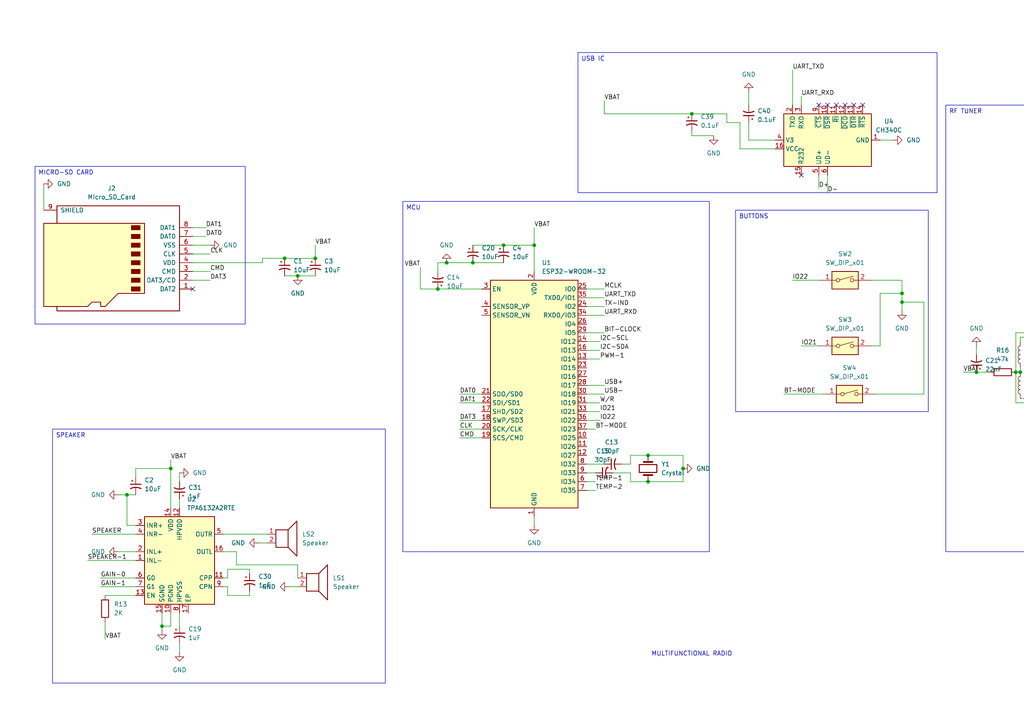
<source format=kicad_sch>
(kicad_sch (version 20250114) (generator "eeschema") (generator_version "9.0")
  (paper "A4")
  (lib_symbols
    (symbol "Amplifier_Audio:TPA6132A2RTE"
      (property "Reference" "U" (at -7.62 13.97 0))
      (property "Value" "TPA6132A2RTE" (at 8.89 13.97 0))
      (symbol "TPA6132A2RTE_1_1"
        (pin input line (at -12.7 10.16 0) (length 2.54) (name "INR+") (number "3"))
        (pin input line (at -12.7 7.62 0) (length 2.54) (name "INR-") (number "4"))
        (pin input line (at -12.7 2.54 0) (length 2.54) (name "INL+") (number "2"))
        (pin input line (at -12.7 0 0) (length 2.54) (name "INL-") (number "1"))
        (pin input line (at -12.7 -5.08 0) (length 2.54) (name "G0") (number "6"))
        (pin input line (at -12.7 -7.62 0) (length 2.54) (name "G1") (number "7"))
        (pin input line (at -12.7 -10.16 0) (length 2.54) (name "EN") (number "13"))
        (pin power_in line (at -5.08 -15.24 90) (length 2.54) (name "SGND") (number "15"))
        (pin power_in line (at -2.54 15.24 270) (length 2.54) (name "VDD") (number "14"))
        (pin power_in line (at -2.54 -15.24 90) (length 2.54) (name "PGND") (number "10"))
        (pin power_in line (at 0 15.24 270) (length 2.54) (name "HPVDD") (number "12"))
        (pin power_in line (at 0 -15.24 90) (length 2.54) (name "HPVSS") (number "8"))
        (pin passive line (at 2.54 -15.24 90) (length 2.54) (name "EP") (number "17"))
        (pin output line (at 12.7 7.62 180) (length 2.54) (name "OUTR") (number "5"))
        (pin output line (at 12.7 2.54 180) (length 2.54) (name "OUTL") (number "16"))
        (pin passive line (at 12.7 -5.08 180) (length 2.54) (name "CPP") (number "11"))
        (pin passive line (at 12.7 -7.62 180) (length 2.54) (name "CPN") (number "9"))
      )
    )
    (symbol "Battery_Management:TP4056-42-ESOP8"
      (property "Reference" "U" (at -6.604 11.684 0))
      (property "Value" "TP4056-42-ESOP8" (at 10.16 11.684 0))
      (symbol "TP4056-42-ESOP8_1_0"
        (pin input line (at -10.16 5.08 0) (length 2.54) (name "CE") (number "8"))
        (pin open_collector line (at -10.16 0 0) (length 2.54) (name "~{CHRG}") (number "7"))
        (pin open_collector line (at -10.16 -2.54 0) (length 2.54) (name "~{STDBY}") (number "6"))
        (pin passive line (at -2.54 -12.7 90) (length 2.54) (name "EPAD") (number "9"))
        (pin power_in line (at 0 12.7 270) (length 2.54) (name "V_{CC}") (number "4"))
        (pin power_in line (at 0 -12.7 90) (length 2.54) (name "GND") (number "3"))
        (pin power_out line (at 10.16 5.08 180) (length 2.54) (name "BAT") (number "5"))
        (pin input line (at 10.16 0 180) (length 2.54) (name "TEMP") (number "1"))
        (pin passive line (at 10.16 -2.54 180) (length 2.54) (name "PROG") (number "2"))
      )
    )
    (symbol "Connector:Micro_SD_Card" (pin_names (offset 1.016))
      (property "Reference" "J" (at -16.51 15.24 0))
      (property "Value" "Micro_SD_Card" (at 16.51 15.24 0))
      (symbol "Micro_SD_Card_1_1"
        (pin bidirectional line (at -22.86 7.62 0) (length 3.81) (name "DAT2") (number "1"))
        (pin bidirectional line (at -22.86 5.08 0) (length 3.81) (name "DAT3/CD") (number "2"))
        (pin input line (at -22.86 2.54 0) (length 3.81) (name "CMD") (number "3"))
        (pin power_in line (at -22.86 0 0) (length 3.81) (name "VDD") (number "4"))
        (pin input line (at -22.86 -2.54 0) (length 3.81) (name "CLK") (number "5"))
        (pin power_in line (at -22.86 -5.08 0) (length 3.81) (name "VSS") (number "6"))
        (pin bidirectional line (at -22.86 -7.62 0) (length 3.81) (name "DAT0") (number "7"))
        (pin bidirectional line (at -22.86 -10.16 0) (length 3.81) (name "DAT1") (number "8"))
        (pin passive line (at 20.32 -15.24 180) (length 3.81) (name "SHIELD") (number "9"))
      )
    )
    (symbol "Connector:USB_C_Receptacle_USB2.0_16P" (pin_names (offset 1.016))
      (property "Reference" "J" (at 0 22.225 0))
      (property "Value" "USB_C_Receptacle_USB2.0_16P" (at 0 19.685 0))
      (symbol "USB_C_Receptacle_USB2.0_16P_1_1"
        (pin passive line (at -7.62 -22.86 90) (length 5.08) (name "SHIELD") (number "S1"))
        (pin passive line (at 0 -22.86 90) (length 5.08) (name "GND") (number "A1"))
        (pin passive line (at 0 -22.86 90) (length 5.08) (hide yes) (name "GND") (number "A12"))
        (pin passive line (at 0 -22.86 90) (length 5.08) (hide yes) (name "GND") (number "B1"))
        (pin passive line (at 0 -22.86 90) (length 5.08) (hide yes) (name "GND") (number "B12"))
        (pin passive line (at 15.24 15.24 180) (length 5.08) (name "VBUS") (number "A4"))
        (pin passive line (at 15.24 15.24 180) (length 5.08) (hide yes) (name "VBUS") (number "A9"))
        (pin passive line (at 15.24 15.24 180) (length 5.08) (hide yes) (name "VBUS") (number "B4"))
        (pin passive line (at 15.24 15.24 180) (length 5.08) (hide yes) (name "VBUS") (number "B9"))
        (pin bidirectional line (at 15.24 10.16 180) (length 5.08) (name "CC1") (number "A5"))
        (pin bidirectional line (at 15.24 7.62 180) (length 5.08) (name "CC2") (number "B5"))
        (pin bidirectional line (at 15.24 2.54 180) (length 5.08) (name "D-") (number "A7"))
        (pin bidirectional line (at 15.24 0 180) (length 5.08) (name "D-") (number "B7"))
        (pin bidirectional line (at 15.24 -2.54 180) (length 5.08) (name "D+") (number "A6"))
        (pin bidirectional line (at 15.24 -5.08 180) (length 5.08) (name "D+") (number "B6"))
        (pin bidirectional line (at 15.24 -12.7 180) (length 5.08) (name "SBU1") (number "A8"))
        (pin bidirectional line (at 15.24 -15.24 180) (length 5.08) (name "SBU2") (number "B8"))
      )
    )
    (symbol "Converter_DCDC:TPS61022"
      (property "Reference" "U" (at 0 7.62 0))
      (property "Value" "TPS61022" (at 7.62 -7.62 0))
      (symbol "TPS61022_1_1"
        (pin input line (at -10.16 0 0) (length 2.54) (name "EN") (number "5"))
        (pin input line (at -10.16 -2.54 0) (length 2.54) (name "MODE") (number "6"))
        (pin power_in line (at -5.08 7.62 270) (length 2.54) (name "VIN") (number "7"))
        (pin power_in line (at 0 -7.62 90) (length 2.54) (name "GND") (number "1"))
        (pin input line (at 5.08 7.62 270) (length 2.54) (name "SW") (number "2"))
        (pin power_out line (at 10.16 0 180) (length 2.54) (name "VOUT") (number "3"))
        (pin input line (at 10.16 -2.54 180) (length 2.54) (name "FB") (number "4"))
      )
    )
    (symbol "Device:Antenna" (pin_numbers (hide yes)) (pin_names (offset 1.016) (hide yes))
      (property "Reference" "AE" (at -1.905 1.905 0))
      (property "Value" "Antenna" (at -1.905 0 0))
      (symbol "Antenna_1_1"
        (pin input line (at 0 -5.08 90) (length 2.54) (name "A") (number "1"))
      )
    )
    (symbol "Device:C_Polarized_Small_US" (pin_numbers (hide yes)) (pin_names (offset 0.254) (hide yes))
      (property "Reference" "C" (at 0.254 1.778 0))
      (property "Value" "C_Polarized_Small_US" (at 0.254 -2.032 0))
      (symbol "C_Polarized_Small_US_1_1"
        (pin passive line (at 0 2.54 270) (length 2.032) (name "~") (number "1"))
        (pin passive line (at 0 -2.54 90) (length 2.032) (name "~") (number "2"))
      )
    )
    (symbol "Device:Crystal" (pin_numbers (hide yes)) (pin_names (offset 1.016) (hide yes))
      (property "Reference" "Y" (at 0 3.81 0))
      (property "Value" "Crystal" (at 0 -3.81 0))
      (symbol "Crystal_1_1"
        (pin passive line (at -3.81 0 0) (length 1.27) (name "1") (number "1"))
        (pin passive line (at 3.81 0 180) (length 1.27) (name "2") (number "2"))
      )
    )
    (symbol "Device:FerriteBead" (pin_numbers (hide yes)) (pin_names (offset 0))
      (property "Reference" "FB" (at -3.81 0.635 90))
      (property "Value" "FerriteBead" (at 3.81 0 90))
      (symbol "FerriteBead_1_1"
        (pin passive line (at 0 3.81 270) (length 2.54) (name "~") (number "1"))
        (pin passive line (at 0 -3.81 90) (length 2.54) (name "~") (number "2"))
      )
    )
    (symbol "Device:L" (pin_numbers (hide yes)) (pin_names (offset 1.016) (hide yes))
      (property "Reference" "L" (at -1.27 0 90))
      (property "Value" "L" (at 1.905 0 90))
      (symbol "L_1_1"
        (pin passive line (at 0 3.81 270) (length 1.27) (name "1") (number "1"))
        (pin passive line (at 0 -3.81 90) (length 1.27) (name "2") (number "2"))
      )
    )
    (symbol "Device:LED" (pin_numbers (hide yes)) (pin_names (offset 1.016) (hide yes))
      (property "Reference" "D" (at 0 2.54 0))
      (property "Value" "LED" (at 0 -2.54 0))
      (symbol "LED_1_1"
        (pin passive line (at -3.81 0 0) (length 2.54) (name "K") (number "1"))
        (pin passive line (at 3.81 0 180) (length 2.54) (name "A") (number "2"))
      )
    )
    (symbol "Device:R" (pin_numbers (hide yes)) (pin_names (offset 0))
      (property "Reference" "R" (at 2.032 0 90))
      (property "Value" "R" (at 0 0 90))
      (symbol "R_1_1"
        (pin passive line (at 0 3.81 270) (length 1.27) (name "~") (number "1"))
        (pin passive line (at 0 -3.81 90) (length 1.27) (name "~") (number "2"))
      )
    )
    (symbol "Device:R_US" (pin_numbers (hide yes)) (pin_names (offset 0))
      (property "Reference" "R" (at 2.54 0 90))
      (property "Value" "R_US" (at -2.54 0 90))
      (symbol "R_US_1_1"
        (pin passive line (at 0 3.81 270) (length 1.27) (name "~") (number "1"))
        (pin passive line (at 0 -3.81 90) (length 1.27) (name "~") (number "2"))
      )
    )
    (symbol "Device:Speaker" (pin_names (offset 0) (hide yes))
      (property "Reference" "LS" (at 1.27 5.715 0))
      (property "Value" "Speaker" (at 1.27 3.81 0))
      (symbol "Speaker_1_1"
        (pin input line (at -5.08 0 0) (length 2.54) (name "1") (number "1"))
        (pin input line (at -5.08 -2.54 0) (length 2.54) (name "2") (number "2"))
      )
    )
    (symbol "Diode:1N4148WT" (pin_numbers (hide yes)) (pin_names (hide yes))
      (property "Reference" "D" (at 0 2.54 0))
      (property "Value" "1N4148WT" (at 0 -2.54 0))
      (symbol "1N4148WT_1_1"
        (pin passive line (at -3.81 0 0) (length 2.54) (name "K") (number "1"))
        (pin passive line (at 3.81 0 180) (length 2.54) (name "A") (number "2"))
      )
    )
    (symbol "Interface_USB:CH340C"
      (property "Reference" "U" (at -5.08 13.97 0))
      (property "Value" "CH340C" (at 1.27 13.97 0))
      (symbol "CH340C_1_1"
        (pin input line (at -10.16 7.62 0) (length 2.54) (name "R232") (number "15"))
        (pin bidirectional line (at -10.16 2.54 0) (length 2.54) (name "UD+") (number "5"))
        (pin bidirectional line (at -10.16 0 0) (length 2.54) (name "UD-") (number "6"))
        (pin no_connect line (at -7.62 -5.08 0) (length 2.54) (hide yes) (name "NC") (number "7"))
        (pin no_connect line (at -7.62 -7.62 0) (length 2.54) (hide yes) (name "NC") (number "8"))
        (pin power_in line (at -2.54 15.24 270) (length 2.54) (name "VCC") (number "16"))
        (pin power_out line (at 0 15.24 270) (length 2.54) (name "V3") (number "4"))
        (pin power_in line (at 0 -15.24 90) (length 2.54) (name "GND") (number "1"))
        (pin output line (at 10.16 10.16 180) (length 2.54) (name "TXD") (number "2"))
        (pin input line (at 10.16 7.62 180) (length 2.54) (name "RXD") (number "3"))
        (pin input line (at 10.16 2.54 180) (length 2.54) (name "~{CTS}") (number "9"))
        (pin input line (at 10.16 0 180) (length 2.54) (name "~{DSR}") (number "10"))
        (pin input line (at 10.16 -2.54 180) (length 2.54) (name "~{RI}") (number "11"))
        (pin input line (at 10.16 -5.08 180) (length 2.54) (name "~{DCD}") (number "12"))
        (pin output line (at 10.16 -7.62 180) (length 2.54) (name "~{DTR}") (number "13"))
        (pin output line (at 10.16 -10.16 180) (length 2.54) (name "~{RTS}") (number "14"))
      )
    )
    (symbol "LED_1" (pin_numbers (hide yes)) (pin_names (offset 1.016) (hide yes))
      (property "Reference" "D" (at 0 2.54 0))
      (property "Value" "LED" (at 0 -2.54 0))
      (symbol "LED_1_1_1"
        (pin passive line (at -3.81 0 0) (length 2.54) (name "K") (number "1"))
        (pin passive line (at 3.81 0 180) (length 2.54) (name "A") (number "2"))
      )
    )
    (symbol "RF_Bluetooth:Microchip_BM83"
      (property "Reference" "U" (at -17.78 39.37 0))
      (property "Value" "Microchip_BM83" (at 5.08 -39.37 0))
      (symbol "Microchip_BM83_1_1"
        (pin input line (at -22.86 35.56 0) (length 5.08) (name "~{RST}") (number "43"))
        (pin input line (at -22.86 30.48 0) (length 5.08) (name "DR1") (number "1"))
        (pin bidirectional line (at -22.86 27.94 0) (length 5.08) (name "RFS1") (number "2"))
        (pin bidirectional line (at -22.86 25.4 0) (length 5.08) (name "SCLK1") (number "3"))
        (pin output line (at -22.86 22.86 0) (length 5.08) (name "DT1") (number "4"))
        (pin output line (at -22.86 20.32 0) (length 5.08) (name "MCLK1") (number "5"))
        (pin input line (at -22.86 15.24 0) (length 5.08) (name "MICP1") (number "14"))
        (pin input line (at -22.86 12.7 0) (length 5.08) (name "MICN1") (number "13"))
        (pin passive line (at -22.86 10.16 0) (length 5.08) (name "MICBIAS") (number "15"))
        (pin input line (at -22.86 5.08 0) (length 5.08) (name "MICP2") (number "10"))
        (pin input line (at -22.86 2.54 0) (length 5.08) (name "MICN2") (number "9"))
        (pin output line (at -22.86 -2.54 0) (length 5.08) (name "DMIC_CLK") (number "17"))
        (pin output line (at -22.86 -5.08 0) (length 5.08) (name "DMIC1_R") (number "18"))
        (pin output line (at -22.86 -7.62 0) (length 5.08) (name "DMIC1_L") (number "19"))
        (pin input line (at -22.86 -12.7 0) (length 5.08) (name "AIR") (number "11"))
        (pin input line (at -22.86 -15.24 0) (length 5.08) (name "AIL") (number "12"))
        (pin bidirectional line (at -22.86 -20.32 0) (length 5.08) (name "DP") (number "37"))
        (pin bidirectional line (at -22.86 -22.86 0) (length 5.08) (name "DM") (number "36"))
        (pin input line (at -22.86 -27.94 0) (length 5.08) (name "PWR(MFB)") (number "26"))
        (pin input line (at -22.86 -33.02 0) (length 5.08) (name "SK1_AMB_DET") (number "27"))
        (pin input line (at -22.86 -35.56 0) (length 5.08) (name "SK2_KEY_AD") (number "28"))
        (pin power_in line (at -2.54 43.18 270) (length 5.08) (name "ADAP_IN") (number "22"))
        (pin power_in line (at 0 -43.18 90) (length 5.08) (name "GND") (number "16"))
        (pin passive line (at 0 -43.18 90) (length 5.08) (hide yes) (name "GND") (number "50"))
        (pin passive line (at 0 -43.18 90) (length 5.08) (hide yes) (name "GND") (number "56"))
        (pin passive line (at 0 -43.18 90) (length 5.08) (hide yes) (name "GND") (number "57"))
        (pin power_in line (at 2.54 43.18 270) (length 5.08) (name "BAT_IN") (number "23"))
        (pin no_connect line (at 17.78 -33.02 180) (length 5.08) (hide yes) (name "VDD_IO") (number "25"))
        (pin output line (at 22.86 35.56 180) (length 5.08) (name "AOHPR") (number "6"))
        (pin output line (at 22.86 33.02 180) (length 5.08) (name "AOHPM") (number "7"))
        (pin output line (at 22.86 30.48 180) (length 5.08) (name "AOHPL") (number "8"))
        (pin bidirectional line (at 22.86 25.4 180) (length 5.08) (name "P0_0/UART_TX_IND") (number "49"))
        (pin bidirectional line (at 22.86 22.86 180) (length 5.08) (name "P0_1") (number "44"))
        (pin bidirectional line (at 22.86 20.32 180) (length 5.08) (name "P0_2") (number "33"))
        (pin bidirectional line (at 22.86 17.78 180) (length 5.08) (name "P0_3") (number "38"))
        (pin bidirectional line (at 22.86 15.24 180) (length 5.08) (name "P0_5") (number "40"))
        (pin bidirectional line (at 22.86 12.7 180) (length 5.08) (name "P0_6") (number "35"))
        (pin bidirectional line (at 22.86 10.16 180) (length 5.08) (name "P0_7") (number "45"))
        (pin bidirectional line (at 22.86 7.62 180) (length 5.08) (name "P1_2/TDI_CPU/SCL") (number "46"))
        (pin bidirectional line (at 22.86 5.08 180) (length 5.08) (name "P1_3/TCK_CPU/SDA") (number "47"))
        (pin bidirectional line (at 22.86 2.54 180) (length 5.08) (name "P1_6/PWM1") (number "41"))
        (pin bidirectional line (at 22.86 0 180) (length 5.08) (name "P2_3") (number "42"))
        (pin bidirectional line (at 22.86 -2.54 180) (length 5.08) (name "P2_6") (number "21"))
        (pin bidirectional line (at 22.86 -5.08 180) (length 5.08) (name "P2_7") (number "39"))
        (pin bidirectional line (at 22.86 -7.62 180) (length 5.08) (name "P3_2") (number "20"))
        (pin bidirectional line (at 22.86 -10.16 180) (length 5.08) (name "P3_4/UART_RTS") (number "31"))
        (pin bidirectional line (at 22.86 -12.7 180) (length 5.08) (name "P3_7/UART_CTS") (number "48"))
        (pin bidirectional line (at 22.86 -15.24 180) (length 5.08) (name "P8_5/UART_TXD") (number "30"))
        (pin bidirectional line (at 22.86 -17.78 180) (length 5.08) (name "P8_6/UART_RXD") (number "29"))
        (pin power_out line (at 22.86 -22.86 180) (length 5.08) (name "SYS_PWR") (number "24"))
        (pin input line (at 22.86 -27.94 180) (length 5.08) (name "LED1") (number "32"))
        (pin input line (at 22.86 -30.48 180) (length 5.08) (name "LED2") (number "34"))
      )
    )
    (symbol "RF_Module:ESP32-WROOM-32"
      (property "Reference" "U" (at -12.7 34.29 0))
      (property "Value" "ESP32-WROOM-32" (at 1.27 34.29 0))
      (symbol "ESP32-WROOM-32_1_1"
        (pin input line (at -15.24 30.48 0) (length 2.54) (name "EN") (number "3"))
        (pin input line (at -15.24 25.4 0) (length 2.54) (name "SENSOR_VP") (number "4"))
        (pin input line (at -15.24 22.86 0) (length 2.54) (name "SENSOR_VN") (number "5"))
        (pin bidirectional line (at -15.24 0 0) (length 2.54) (name "SDO/SD0") (number "21"))
        (pin bidirectional line (at -15.24 -2.54 0) (length 2.54) (name "SDI/SD1") (number "22"))
        (pin bidirectional line (at -15.24 -5.08 0) (length 2.54) (name "SHD/SD2") (number "17"))
        (pin bidirectional line (at -15.24 -7.62 0) (length 2.54) (name "SWP/SD3") (number "18"))
        (pin bidirectional line (at -15.24 -10.16 0) (length 2.54) (name "SCK/CLK") (number "20"))
        (pin bidirectional line (at -15.24 -12.7 0) (length 2.54) (name "SCS/CMD") (number "19"))
        (pin no_connect line (at -12.7 -27.94 0) (length 2.54) (hide yes) (name "NC") (number "32"))
        (pin power_in line (at 0 35.56 270) (length 2.54) (name "VDD") (number "2"))
        (pin power_in line (at 0 -35.56 90) (length 2.54) (name "GND") (number "1"))
        (pin passive line (at 0 -35.56 90) (length 2.54) (hide yes) (name "GND") (number "15"))
        (pin passive line (at 0 -35.56 90) (length 2.54) (hide yes) (name "GND") (number "38"))
        (pin passive line (at 0 -35.56 90) (length 2.54) (hide yes) (name "GND") (number "39"))
        (pin bidirectional line (at 15.24 30.48 180) (length 2.54) (name "IO0") (number "25"))
        (pin bidirectional line (at 15.24 27.94 180) (length 2.54) (name "TXD0/IO1") (number "35"))
        (pin bidirectional line (at 15.24 25.4 180) (length 2.54) (name "IO2") (number "24"))
        (pin bidirectional line (at 15.24 22.86 180) (length 2.54) (name "RXD0/IO3") (number "34"))
        (pin bidirectional line (at 15.24 20.32 180) (length 2.54) (name "IO4") (number "26"))
        (pin bidirectional line (at 15.24 17.78 180) (length 2.54) (name "IO5") (number "29"))
        (pin bidirectional line (at 15.24 15.24 180) (length 2.54) (name "IO12") (number "14"))
        (pin bidirectional line (at 15.24 12.7 180) (length 2.54) (name "IO13") (number "16"))
        (pin bidirectional line (at 15.24 10.16 180) (length 2.54) (name "IO14") (number "13"))
        (pin bidirectional line (at 15.24 7.62 180) (length 2.54) (name "IO15") (number "23"))
        (pin bidirectional line (at 15.24 5.08 180) (length 2.54) (name "IO16") (number "27"))
        (pin bidirectional line (at 15.24 2.54 180) (length 2.54) (name "IO17") (number "28"))
        (pin bidirectional line (at 15.24 0 180) (length 2.54) (name "IO18") (number "30"))
        (pin bidirectional line (at 15.24 -2.54 180) (length 2.54) (name "IO19") (number "31"))
        (pin bidirectional line (at 15.24 -5.08 180) (length 2.54) (name "IO21") (number "33"))
        (pin bidirectional line (at 15.24 -7.62 180) (length 2.54) (name "IO22") (number "36"))
        (pin bidirectional line (at 15.24 -10.16 180) (length 2.54) (name "IO23") (number "37"))
        (pin bidirectional line (at 15.24 -12.7 180) (length 2.54) (name "IO25") (number "10"))
        (pin bidirectional line (at 15.24 -15.24 180) (length 2.54) (name "IO26") (number "11"))
        (pin bidirectional line (at 15.24 -17.78 180) (length 2.54) (name "IO27") (number "12"))
        (pin bidirectional line (at 15.24 -20.32 180) (length 2.54) (name "IO32") (number "8"))
        (pin bidirectional line (at 15.24 -22.86 180) (length 2.54) (name "IO33") (number "9"))
        (pin input line (at 15.24 -25.4 180) (length 2.54) (name "IO34") (number "6"))
        (pin input line (at 15.24 -27.94 180) (length 2.54) (name "IO35") (number "7"))
      )
    )
    (symbol "Switch:SW_DIP_x01" (pin_names (offset 0) (hide yes))
      (property "Reference" "SW" (at 0 3.81 0))
      (property "Value" "SW_DIP_x01" (at 0 -3.81 0))
      (symbol "SW_DIP_x01_1_1"
        (pin passive line (at -7.62 0 0) (length 5.08) (name "~") (number "1"))
        (pin passive line (at 7.62 0 180) (length 5.08) (name "~") (number "2"))
      )
    )
    (symbol "Switch:SW_DPST_x2" (pin_names (offset 0) (hide yes))
      (property "Reference" "SW" (at 0 3.175 0))
      (property "Value" "SW_DPST_x2" (at 0 -2.54 0))
      (symbol "SW_DPST_x2_1_1"
        (pin passive line (at -5.08 0 0) (length 2.54) (name "A") (number "1"))
        (pin passive line (at 5.08 0 180) (length 2.54) (name "B") (number "2"))
      )
      (symbol "SW_DPST_x2_2_1"
        (pin passive line (at -5.08 0 0) (length 2.54) (name "A") (number "3"))
        (pin passive line (at 5.08 0 180) (length 2.54) (name "B") (number "4"))
      )
    )
    (symbol "Transistor_BJT:BC107" (pin_names (offset 0) (hide yes))
      (property "Reference" "Q" (at 5.08 1.905 0))
      (property "Value" "BC107" (at 5.08 0 0))
      (symbol "BC107_1_1"
        (pin input line (at -5.08 0 0) (length 2.54) (name "B") (number "2"))
        (pin passive line (at 2.54 5.08 270) (length 2.54) (name "C") (number "3"))
        (pin passive line (at 2.54 -5.08 90) (length 2.54) (name "E") (number "1"))
      )
    )
    (symbol "Tuner_Ic:TEA5767HN_V3_118" (pin_names (offset 0.254))
      (property "Reference" "U" (at 30.48 10.16 0))
      (property "Value" "TEA5767HN/V3_118" (at 30.48 7.62 0))
      (symbol "TEA5767HN_V3_118_0_1"
        (pin no_connect line (at 0 0 0) (length 7.62) (name "n.c.") (number "1"))
        (pin output line (at 0 -2.54 0) (length 7.62) (name "CPOUT") (number "2"))
        (pin bidirectional line (at 0 -5.08 0) (length 7.62) (name "VCOTANK1") (number "3"))
        (pin bidirectional line (at 0 -7.62 0) (length 7.62) (name "VCOTANK2") (number "4"))
        (pin power_in line (at 0 -10.16 0) (length 7.62) (name "VCC(VCO)") (number "5"))
        (pin power_out line (at 0 -12.7 0) (length 7.62) (name "DGND") (number "6"))
        (pin power_in line (at 0 -15.24 0) (length 7.62) (name "VCCD") (number "7"))
        (pin unspecified line (at 0 -17.78 0) (length 7.62) (name "DATA") (number "8"))
        (pin unspecified line (at 0 -20.32 0) (length 7.62) (name "CLOCK") (number "9"))
        (pin no_connect line (at 0 -22.86 0) (length 7.62) (name "n.c.") (number "10"))
        (pin unspecified line (at 0 -25.4 0) (length 7.62) (name "WRITE/READ") (number "11"))
        (pin unspecified line (at 0 -27.94 0) (length 7.62) (name "BUSMODE") (number "12"))
        (pin unspecified line (at 0 -30.48 0) (length 7.62) (name "BUSENABLE") (number "13"))
        (pin bidirectional line (at 0 -33.02 0) (length 7.62) (name "SWPORT1") (number "14"))
        (pin bidirectional line (at 0 -35.56 0) (length 7.62) (name "SWPORT2") (number "15"))
        (pin bidirectional line (at 0 -38.1 0) (length 7.62) (name "XTAL1") (number "16"))
        (pin unspecified line (at 0 -40.64 0) (length 7.62) (name "XTAL2") (number "17"))
        (pin unspecified line (at 0 -43.18 0) (length 7.62) (name "PHASEFIL") (number "18"))
        (pin unspecified line (at 0 -45.72 0) (length 7.62) (name "PILFIL") (number "19"))
        (pin no_connect line (at 0 -48.26 0) (length 7.62) (name "n.c.") (number "20"))
        (pin unspecified line (at 60.96 0 180) (length 7.62) (name "epad") (number "41"))
        (pin no_connect line (at 60.96 -2.54 180) (length 7.62) (name "n.c.") (number "40"))
        (pin unspecified line (at 60.96 -5.08 180) (length 7.62) (name "LOOPSW") (number "39"))
        (pin unspecified line (at 60.96 -7.62 180) (length 7.62) (name "TAGC") (number "38"))
        (pin bidirectional line (at 60.96 -10.16 180) (length 7.62) (name "RFI2") (number "37"))
        (pin power_out line (at 60.96 -12.7 180) (length 7.62) (name "RFGND") (number "36"))
        (pin bidirectional line (at 60.96 -15.24 180) (length 7.62) (name "RFI1") (number "35"))
        (pin power_in line (at 60.96 -17.78 180) (length 7.62) (name "VCCA") (number "34"))
        (pin power_out line (at 60.96 -20.32 180) (length 7.62) (name "AGND") (number "33"))
        (pin unspecified line (at 60.96 -22.86 180) (length 7.62) (name "Igain") (number "32"))
        (pin no_connect line (at 60.96 -25.4 180) (length 7.62) (name "n.c.") (number "31"))
        (pin bidirectional line (at 60.96 -27.94 180) (length 7.62) (name "n..c") (number "30"))
        (pin bidirectional line (at 60.96 -30.48 180) (length 7.62) (name "LIMDEC2") (number "29"))
        (pin bidirectional line (at 60.96 -33.02 180) (length 7.62) (name "LIMDEC1") (number "28"))
        (pin unspecified line (at 60.96 -35.56 180) (length 7.62) (name "TIFC") (number "27"))
        (pin power_in line (at 60.96 -38.1 180) (length 7.62) (name "VREF") (number "26"))
        (pin unspecified line (at 60.96 -40.64 180) (length 7.62) (name "MPXO") (number "25"))
        (pin unspecified line (at 60.96 -43.18 180) (length 7.62) (name "TMUTE") (number "24"))
        (pin unspecified line (at 60.96 -45.72 180) (length 7.62) (name "VAFR") (number "23"))
        (pin unspecified line (at 60.96 -48.26 180) (length 7.62) (name "VAFL") (number "22"))
        (pin no_connect line (at 60.96 -50.8 180) (length 7.62) (name "n.c.") (number "21"))
      )
    )
    (symbol "conn_battery:1746142-1" (pin_names (offset 1.016))
      (property "Reference" "J" (at -12.7 8.89 0))
      (property "Value" "1746142-1" (at -12.7 -12.7 0))
      (symbol "1746142-1_0_0"
        (pin passive line (at 5.08 5.08 180) (length 5.08) (name "1") (number "1"))
        (pin passive line (at 5.08 2.54 180) (length 5.08) (name "2") (number "2"))
        (pin passive line (at 5.08 0 180) (length 5.08) (name "3") (number "3"))
        (pin passive line (at 5.08 -5.08 180) (length 5.08) (name "SHIELD1") (number "SH1"))
        (pin passive line (at 5.08 -7.62 180) (length 5.08) (name "SHIELD2") (number "SH2"))
      )
    )
    (symbol "power:GND" (power) (pin_numbers (hide yes)) (pin_names (offset 0) (hide yes))
      (property "Value" "GND" (at 0 -3.81 0))
      (symbol "GND_1_1"
        (pin power_in line (at 0 0 270) (length 0) (name "~") (number "1"))
      )
    )
  )
  (text "MULTIFUNCTIONAL RADIO" (at 200.66 189.738 0) (effects (font (size 1.27 1.27))))
  (text_box "POWER SUPPLY" (at -27.94 218.44 0) (size 190.5 86.36) (margins 0.9525 0.9525 0.9525 0.9525) (effects (font (size 1.27 1.27)) (justify left top)))
  (text_box "BLUETOOTH CARD" (at 314.96 208.28 0) (size 134.62 116.84) (margins 0.9525 0.9525 0.9525 0.9525) (effects (font (size 1.27 1.27)) (justify left top)))
  (text_box "RF TUNER" (at 274.32 30.48 0) (size 210.82 129.54) (margins 0.9525 0.9525 0.9525 0.9525) (effects (font (size 1.27 1.27)) (justify left top)))
  (text_box "BUTTONS" (at 213.36 60.96 0) (size 55.88 58.42) (margins 0.9525 0.9525 0.9525 0.9525) (effects (font (size 1.27 1.27)) (justify left top)))
  (text_box "SWITCHING" (at 167.64 218.44 0) (size 124.46 86.36) (margins 0.9525 0.9525 0.9525 0.9525) (effects (font (size 1.27 1.27)) (justify left top)))
  (text_box "MCU" (at 116.84 58.42 0) (size 88.9 101.6) (margins 0.9525 0.9525 0.9525 0.9525) (effects (font (size 1.27 1.27)) (justify left top)))
  (text_box "MICRO-SD CARD" (at 10.16 48.26 0) (size 60.96 45.72) (margins 0.9525 0.9525 0.9525 0.9525) (effects (font (size 1.27 1.27)) (justify left top)))
  (text_box "USB IC" (at 167.64 15.24 0) (size 104.14 40.64) (margins 0.9525 0.9525 0.9525 0.9525) (effects (font (size 1.27 1.27)) (justify left top)))
  (text_box "SPEAKER" (at 15.24 124.46 0) (size 96.52 73.66) (margins 0.9525 0.9525 0.9525 0.9525) (effects (font (size 1.27 1.27)) (justify left top)))
  (junction (at 267.97 255.27))
  (junction (at 316.23 138.43))
  (junction (at 187.96 139.7))
  (junction (at 198.12 135.89))
  (junction (at 303.53 115.57))
  (junction (at 433.07 77.47))
  (junction (at 146.05 71.12))
  (junction (at 227.33 242.57))
  (junction (at 295.91 107.95))
  (junction (at 119.38 271.78))
  (junction (at 433.07 83.82))
  (junction (at 398.78 218.44))
  (junction (at 435.61 113.03))
  (junction (at 320.04 97.79))
  (junction (at 200.66 33.02))
  (junction (at 46.99 181.61))
  (junction (at 425.45 118.11))
  (junction (at 261.62 87.63))
  (junction (at 340.36 138.43))
  (junction (at 273.05 255.27))
  (junction (at 425.45 113.03))
  (junction (at 251.46 266.7))
  (junction (at 444.5 118.11))
  (junction (at 303.53 97.79))
  (junction (at 58.42 255.27))
  (junction (at 137.16 76.2))
  (junction (at 127 83.82))
  (junction (at 7.62 256.54))
  (junction (at 119.38 264.16))
  (junction (at 261.62 85.09))
  (junction (at 344.17 110.49))
  (junction (at 391.16 218.44))
  (junction (at 276.86 255.27))
  (junction (at 154.94 71.12))
  (junction (at 287.02 240.03))
  (junction (at 153.67 259.08))
  (junction (at 222.25 247.65))
  (junction (at 238.76 247.65))
  (junction (at 149.86 259.08))
  (junction (at 49.53 135.89))
  (junction (at 82.55 74.93))
  (junction (at 215.9 242.57))
  (junction (at 435.61 118.11))
  (junction (at 36.83 143.51))
  (junction (at 90.17 250.19))
  (junction (at 294.64 107.95))
  (junction (at 349.25 97.79))
  (junction (at 58.42 261.62))
  (junction (at 86.36 80.01))
  (junction (at 137.16 264.16))
  (junction (at 273.05 266.7))
  (junction (at 283.21 107.95))
  (junction (at 147.32 255.27))
  (junction (at 90.17 245.11))
  (junction (at 408.94 223.52))
  (junction (at 441.96 83.82))
  (junction (at 238.76 242.57))
  (junction (at 350.52 97.79))
  (junction (at 91.44 74.93))
  (junction (at 449.58 83.82))
  (junction (at 303.53 106.68))
  (junction (at 187.96 132.08))
  (junction (at 330.2 97.79))
  (junction (at 129.54 76.2))
  (no_connect (at 365.76 284.48))
  (no_connect (at 412.75 146.05))
  (no_connect (at 33.02 259.08))
  (no_connect (at 411.48 256.54))
  (no_connect (at 411.48 276.86))
  (no_connect (at 411.48 248.92))
  (no_connect (at 411.48 299.72))
  (no_connect (at 411.48 292.1))
  (no_connect (at 237.49 30.48))
  (no_connect (at 245.11 30.48))
  (no_connect (at 365.76 238.76))
  (no_connect (at 241.3 257.81))
  (no_connect (at 411.48 274.32))
  (no_connect (at 365.76 241.3))
  (no_connect (at 365.76 254))
  (no_connect (at 411.48 251.46))
  (no_connect (at 365.76 297.18))
  (no_connect (at 365.76 246.38))
  (no_connect (at 247.65 30.48))
  (no_connect (at 411.48 271.78))
  (no_connect (at 17.78 257.81))
  (no_connect (at 412.75 120.65))
  (no_connect (at 411.48 281.94))
  (no_connect (at 411.48 279.4))
  (no_connect (at 351.79 123.19))
  (no_connect (at 365.76 259.08))
  (no_connect (at 351.79 128.27))
  (no_connect (at 412.75 123.19))
  (no_connect (at 365.76 266.7))
  (no_connect (at 240.03 30.48))
  (no_connect (at 365.76 264.16))
  (no_connect (at 411.48 246.38))
  (no_connect (at 365.76 281.94))
  (no_connect (at 351.79 130.81))
  (no_connect (at 55.88 83.82))
  (no_connect (at 412.75 135.89))
  (no_connect (at 411.48 233.68))
  (no_connect (at 411.48 254))
  (no_connect (at 411.48 238.76))
  (no_connect (at 365.76 256.54))
  (no_connect (at 22.86 259.08))
  (no_connect (at 351.79 143.51))
  (no_connect (at 242.57 30.48))
  (no_connect (at 412.75 95.25))
  (no_connect (at 87.63 281.94))
  (no_connect (at 411.48 236.22))
  (no_connect (at 411.48 269.24))
  (no_connect (at 412.75 138.43))
  (no_connect (at 250.19 30.48))
  (no_connect (at 232.41 50.8))
  (no_connect (at 351.79 125.73))
  (no_connect (at 412.75 143.51))
  (no_connect (at 412.75 97.79))
  (no_connect (at 411.48 259.08))
  (no_connect (at 386.08 226.06))
  (no_connect (at 412.75 140.97))
  (no_connect (at 30.48 259.08))
  (wire (pts (xy 200.66 33.02) (xy 210.82 33.02)))
  (wire (pts (xy 227.33 242.57) (xy 238.76 242.57)))
  (wire (pts (xy 215.9 242.57) (xy 227.33 242.57)))
  (wire (pts (xy 64.77 154.94) (xy 77.47 154.94)))
  (wire (pts (xy 105.41 271.78) (xy 105.41 274.32)))
  (wire (pts (xy 354.33 276.86) (xy 365.76 276.86)))
  (wire (pts (xy 433.07 279.4) (xy 433.07 281.94)))
  (wire (pts (xy 398.78 223.52) (xy 408.94 223.52)))
  (wire (pts (xy 252.73 81.28) (xy 261.62 81.28)))
  (wire (pts (xy 55.88 81.28) (xy 60.96 81.28)))
  (wire (pts (xy 421.64 133.35) (xy 425.45 133.35)))
  (wire (pts (xy 252.73 100.33) (xy 255.27 100.33)))
  (wire (pts (xy 39.37 135.89) (xy 49.53 135.89)))
  (wire (pts (xy 137.16 264.16) (xy 119.38 264.16)))
  (wire (pts (xy 349.25 97.79) (xy 349.25 101.6)))
  (wire (pts (xy 433.07 77.47) (xy 433.07 83.82)))
  (wire (pts (xy 330.2 97.79) (xy 330.2 81.28)))
  (wire (pts (xy 200.66 33.02) (xy 175.26 33.02)))
  (wire (pts (xy 433.07 49.53) (xy 433.07 53.34)))
  (wire (pts (xy 29.21 167.64) (xy 39.37 167.64)))
  (wire (pts (xy 234.95 247.65) (xy 238.76 247.65)))
  (wire (pts (xy 12.7 53.34) (xy 12.7 60.96)))
  (wire (pts (xy 147.32 248.92) (xy 147.32 255.27)))
  (wire (pts (xy 229.87 81.28) (xy 237.49 81.28)))
  (wire (pts (xy 200.66 38.1) (xy 200.66 39.37)))
  (wire (pts (xy 187.96 132.08) (xy 198.12 132.08)))
  (wire (pts (xy 29.21 170.18) (xy 39.37 170.18)))
  (wire (pts (xy 200.66 39.37) (xy 207.01 39.37)))
  (wire (pts (xy 128.27 265.43) (xy 128.27 271.78)))
  (wire (pts (xy 179.07 242.57) (xy 201.93 242.57)))
  (wire (pts (xy 227.33 114.3) (xy 238.76 114.3)))
  (wire (pts (xy 349.25 97.79) (xy 350.52 97.79)))
  (wire (pts (xy 422.91 115.57) (xy 422.91 118.11)))
  (wire (pts (xy 127 76.2) (xy 127 78.74)))
  (wire (pts (xy 137.16 260.35) (xy 137.16 264.16)))
  (wire (pts (xy 86.36 163.83) (xy 86.36 167.64)))
  (wire (pts (xy 215.9 247.65) (xy 222.25 247.65)))
  (wire (pts (xy 355.6 302.26) (xy 365.76 302.26)))
  (wire (pts (xy 245.11 266.7) (xy 251.46 266.7)))
  (wire (pts (xy 240.03 50.8) (xy 240.03 55.88)))
  (wire (pts (xy 433.07 302.26) (xy 433.07 304.8)))
  (wire (pts (xy 441.96 83.82) (xy 441.96 107.95)))
  (wire (pts (xy 349.25 140.97) (xy 351.79 140.97)))
  (wire (pts (xy 317.5 115.57) (xy 303.53 115.57)))
  (wire (pts (xy 412.75 118.11) (xy 414.02 118.11)))
  (wire (pts (xy 434.34 128.27) (xy 438.15 128.27)))
  (wire (pts (xy 440.69 83.82) (xy 441.96 83.82)))
  (wire (pts (xy 147.32 255.27) (xy 147.32 266.7)))
  (wire (pts (xy 344.17 110.49) (xy 351.79 110.49)))
  (wire (pts (xy 294.64 107.95) (xy 294.64 116.84)))
  (wire (pts (xy 344.17 140.97) (xy 344.17 143.51)))
  (wire (pts (xy 127 76.2) (xy 129.54 76.2)))
  (wire (pts (xy 68.58 160.02) (xy 68.58 163.83)))
  (wire (pts (xy 318.77 107.95) (xy 318.77 116.84)))
  (wire (pts (xy 287.02 250.19) (xy 276.86 250.19)))
  (wire (pts (xy 276.86 255.27) (xy 278.13 255.27)))
  (wire (pts (xy 294.64 96.52) (xy 318.77 96.52)))
  (wire (pts (xy 154.94 66.04) (xy 154.94 71.12)))
  (wire (pts (xy 349.25 135.89) (xy 351.79 135.89)))
  (wire (pts (xy 412.75 133.35) (xy 416.56 133.35)))
  (wire (pts (xy 337.82 142.24) (xy 340.36 142.24)))
  (wire (pts (xy 317.5 102.87) (xy 317.5 115.57)))
  (wire (pts (xy 40.64 274.32) (xy 50.8 274.32)))
  (wire (pts (xy 316.23 142.24) (xy 316.23 138.43)))
  (wire (pts (xy 261.62 255.27) (xy 267.97 255.27)))
  (wire (pts (xy 255.27 100.33) (xy 255.27 85.09)))
  (wire (pts (xy 90.17 281.94) (xy 90.17 289.56)))
  (wire (pts (xy 232.41 27.94) (xy 232.41 30.48)))
  (wire (pts (xy 68.58 163.83) (xy 86.36 163.83)))
  (wire (pts (xy 64.77 160.02) (xy 68.58 160.02)))
  (wire (pts (xy 64.77 167.64) (xy 66.04 167.64)))
  (wire (pts (xy 34.29 160.02) (xy 39.37 160.02)))
  (wire (pts (xy 121.92 83.82) (xy 121.92 77.47)))
  (wire (pts (xy 355.6 292.1) (xy 365.76 292.1)))
  (wire (pts (xy 327.66 97.79) (xy 330.2 97.79)))
  (wire (pts (xy 50.8 261.62) (xy 58.42 261.62)))
  (wire (pts (xy 68.58 271.78) (xy 68.58 274.32)))
  (wire (pts (xy 83.82 170.18) (xy 86.36 170.18)))
  (wire (pts (xy 119.38 271.78) (xy 119.38 274.32)))
  (wire (pts (xy 320.04 87.63) (xy 320.04 97.79)))
  (wire (pts (xy 449.58 105.41) (xy 412.75 105.41)))
  (wire (pts (xy 52.07 137.16) (xy 52.07 139.7)))
  (wire (pts (xy 139.7 265.43) (xy 128.27 265.43)))
  (wire (pts (xy 58.42 261.62) (xy 58.42 262.89)))
  (wire (pts (xy 251.46 262.89) (xy 251.46 266.7)))
  (wire (pts (xy 448.31 83.82) (xy 449.58 83.82)))
  (wire (pts (xy 217.17 26.67) (xy 217.17 30.48)))
  (wire (pts (xy 67.31 255.27) (xy 67.31 257.81)))
  (wire (pts (xy 86.36 80.01) (xy 91.44 80.01)))
  (wire (pts (xy 170.18 86.36) (xy 175.26 86.36)))
  (wire (pts (xy 49.53 177.8) (xy 49.53 181.61)))
  (wire (pts (xy 273.05 255.27) (xy 276.86 255.27)))
  (wire (pts (xy 344.17 87.63) (xy 350.52 87.63)))
  (wire (pts (xy 441.96 83.82) (xy 443.23 83.82)))
  (wire (pts (xy 212.09 242.57) (xy 215.9 242.57)))
  (wire (pts (xy 147.32 255.27) (xy 153.67 255.27)))
  (wire (pts (xy 217.17 40.64) (xy 224.79 40.64)))
  (wire (pts (xy 170.18 139.7) (xy 172.72 139.7)))
  (wire (pts (xy 330.2 107.95) (xy 318.77 107.95)))
  (wire (pts (xy 341.63 135.89) (xy 344.17 135.89)))
  (wire (pts (xy 146.05 71.12) (xy 154.94 71.12)))
  (wire (pts (xy 187.96 139.7) (xy 198.12 139.7)))
  (wire (pts (xy 72.39 172.72) (xy 72.39 171.45)))
  (wire (pts (xy 287.02 240.03) (xy 287.02 242.57)))
  (wire (pts (xy 273.05 266.7) (xy 273.05 267.97)))
  (wire (pts (xy 137.16 76.2) (xy 146.05 76.2)))
  (wire (pts (xy 354.33 248.92) (xy 365.76 248.92)))
  (wire (pts (xy 294.64 107.95) (xy 294.64 96.52)))
  (wire (pts (xy 238.76 242.57) (xy 238.76 247.65)))
  (wire (pts (xy 454.66 130.81) (xy 458.47 130.81)))
  (wire (pts (xy 182.88 134.62) (xy 182.88 132.08)))
  (wire (pts (xy 318.77 97.79) (xy 320.04 97.79)))
  (wire (pts (xy 261.62 87.63) (xy 261.62 90.17)))
  (wire (pts (xy 435.61 118.11) (xy 444.5 118.11)))
  (wire (pts (xy 346.71 120.65) (xy 351.79 120.65)))
  (wire (pts (xy 198.12 139.7) (xy 198.12 135.89)))
  (wire (pts (xy 411.48 266.7) (xy 415.29 266.7)))
  (wire (pts (xy 7.62 256.54) (xy 12.7 256.54)))
  (wire (pts (xy 133.35 124.46) (xy 139.7 124.46)))
  (wire (pts (xy 133.35 121.92) (xy 139.7 121.92)))
  (wire (pts (xy 318.77 96.52) (xy 318.77 97.79)))
  (wire (pts (xy 283.21 107.95) (xy 287.02 107.95)))
  (wire (pts (xy 340.36 138.43) (xy 340.36 142.24)))
  (wire (pts (xy 58.42 245.11) (xy 58.42 255.27)))
  (wire (pts (xy 313.69 138.43) (xy 316.23 138.43)))
  (wire (pts (xy 67.31 269.24) (xy 80.01 269.24)))
  (wire (pts (xy 127 83.82) (xy 139.7 83.82)))
  (wire (pts (xy 433.07 83.82) (xy 433.07 110.49)))
  (wire (pts (xy 267.97 257.81) (xy 267.97 266.7)))
  (wire (pts (xy 39.37 247.65) (xy 39.37 245.11)))
  (wire (pts (xy 411.48 297.18) (xy 425.45 297.18)))
  (wire (pts (xy 422.91 118.11) (xy 425.45 118.11)))
  (wire (pts (xy 238.76 242.57) (xy 245.11 242.57)))
  (wire (pts (xy 90.17 245.11) (xy 90.17 250.19)))
  (wire (pts (xy 149.86 248.92) (xy 149.86 259.08)))
  (wire (pts (xy 279.4 107.95) (xy 283.21 107.95)))
  (wire (pts (xy 170.18 101.6) (xy 173.99 101.6)))
  (wire (pts (xy 76.2 74.93) (xy 82.55 74.93)))
  (wire (pts (xy 74.93 252.73) (xy 74.93 255.27)))
  (wire (pts (xy 295.91 106.68) (xy 295.91 107.95)))
  (wire (pts (xy 421.64 102.87) (xy 424.18 102.87)))
  (wire (pts (xy 170.18 134.62) (xy 175.26 134.62)))
  (wire (pts (xy 433.07 289.56) (xy 433.07 292.1)))
  (wire (pts (xy 411.48 243.84) (xy 415.29 243.84)))
  (wire (pts (xy 170.18 114.3) (xy 175.26 114.3)))
  (wire (pts (xy 100.33 271.78) (xy 105.41 271.78)))
  (wire (pts (xy 341.63 110.49) (xy 344.17 110.49)))
  (wire (pts (xy 255.27 40.64) (xy 259.08 40.64)))
  (wire (pts (xy 273.05 275.59) (xy 273.05 279.4)))
  (wire (pts (xy 292.1 240.03) (xy 295.91 240.03)))
  (wire (pts (xy 433.07 312.42) (xy 433.07 314.96)))
  (wire (pts (xy 351.79 102.87) (xy 317.5 102.87)))
  (wire (pts (xy 153.67 255.27) (xy 153.67 259.08)))
  (wire (pts (xy 316.23 97.79) (xy 303.53 97.79)))
  (wire (pts (xy 412.75 115.57) (xy 422.91 115.57)))
  (wire (pts (xy 39.37 152.4) (xy 36.83 152.4)))
  (wire (pts (xy 153.67 259.08) (xy 154.94 259.08)))
  (wire (pts (xy 66.04 170.18) (xy 66.04 172.72)))
  (wire (pts (xy 232.41 100.33) (xy 237.49 100.33)))
  (wire (pts (xy 133.35 116.84) (xy 139.7 116.84)))
  (wire (pts (xy 90.17 250.19) (xy 90.17 256.54)))
  (wire (pts (xy 214.63 43.18) (xy 224.79 43.18)))
  (wire (pts (xy 210.82 35.56) (xy 214.63 35.56)))
  (wire (pts (xy 100.33 269.24) (xy 109.22 269.24)))
  (wire (pts (xy 421.64 118.11) (xy 421.64 120.65)))
  (wire (pts (xy 217.17 35.56) (xy 217.17 40.64)))
  (wire (pts (xy 149.86 259.08) (xy 149.86 266.7)))
  (wire (pts (xy 330.2 97.79) (xy 331.47 97.79)))
  (wire (pts (xy 273.05 255.27) (xy 273.05 256.54)))
  (wire (pts (xy 105.41 281.94) (xy 105.41 288.29)))
  (wire (pts (xy 55.88 66.04) (xy 59.69 66.04)))
  (wire (pts (xy 127 83.82) (xy 121.92 83.82)))
  (wire (pts (xy 49.53 181.61) (xy 46.99 181.61)))
  (wire (pts (xy 295.91 115.57) (xy 303.53 115.57)))
  (wire (pts (xy 276.86 250.19) (xy 276.86 255.27)))
  (wire (pts (xy 170.18 99.06) (xy 173.99 99.06)))
  (wire (pts (xy 66.04 167.64) (xy 66.04 165.1)))
  (wire (pts (xy 82.55 254) (xy 80.01 254)))
  (wire (pts (xy 303.53 105.41) (xy 303.53 106.68)))
  (wire (pts (xy 170.18 142.24) (xy 172.72 142.24)))
  (wire (pts (xy 318.77 116.84) (xy 294.64 116.84)))
  (wire (pts (xy 182.88 132.08) (xy 187.96 132.08)))
  (wire (pts (xy 36.83 143.51) (xy 39.37 143.51)))
  (wire (pts (xy 267.97 114.3) (xy 267.97 87.63)))
  (wire (pts (xy 350.52 87.63) (xy 350.52 97.79)))
  (wire (pts (xy 39.37 248.92) (xy 12.7 248.92)))
  (wire (pts (xy 412.75 113.03) (xy 425.45 113.03)))
  (wire (pts (xy 72.39 165.1) (xy 72.39 166.37)))
  (wire (pts (xy 355.6 304.8) (xy 365.76 304.8)))
  (wire (pts (xy 2.54 242.57) (xy 16.51 242.57)))
  (wire (pts (xy 67.31 245.11) (xy 67.31 247.65)))
  (wire (pts (xy 15.24 256.54) (xy 15.24 259.08)))
  (wire (pts (xy 170.18 96.52) (xy 175.26 96.52)))
  (wire (pts (xy 214.63 35.56) (xy 214.63 43.18)))
  (wire (pts (xy 182.88 139.7) (xy 187.96 139.7)))
  (wire (pts (xy 294.64 107.95) (xy 295.91 107.95)))
  (wire (pts (xy 441.96 83.82) (xy 441.96 81.28)))
  (wire (pts (xy 24.13 242.57) (xy 27.94 242.57)))
  (wire (pts (xy 66.04 165.1) (xy 72.39 165.1)))
  (wire (pts (xy 82.55 80.01) (xy 86.36 80.01)))
  (wire (pts (xy 180.34 134.62) (xy 182.88 134.62)))
  (wire (pts (xy 237.49 50.8) (xy 237.49 54.61)))
  (wire (pts (xy 412.75 128.27) (xy 429.26 128.27)))
  (wire (pts (xy 55.88 71.12) (xy 60.96 71.12)))
  (wire (pts (xy 328.93 101.6) (xy 328.93 106.68)))
  (wire (pts (xy 330.2 105.41) (xy 351.79 105.41)))
  (wire (pts (xy 229.87 20.32) (xy 229.87 30.48)))
  (wire (pts (xy 25.4 162.56) (xy 39.37 162.56)))
  (wire (pts (xy 182.88 137.16) (xy 182.88 139.7)))
  (wire (pts (xy 458.47 118.11) (xy 444.5 118.11)))
  (wire (pts (xy 412.75 130.81) (xy 449.58 130.81)))
  (wire (pts (xy 339.09 87.63) (xy 320.04 87.63)))
  (wire (pts (xy 346.71 107.95) (xy 351.79 107.95)))
  (wire (pts (xy 391.16 218.44) (xy 398.78 218.44)))
  (wire (pts (xy 256.54 242.57) (xy 256.54 247.65)))
  (wire (pts (xy 46.99 181.61) (xy 46.99 182.88)))
  (wire (pts (xy 303.53 106.68) (xy 303.53 107.95)))
  (wire (pts (xy 316.23 138.43) (xy 323.85 138.43)))
  (wire (pts (xy 154.94 71.12) (xy 154.94 78.74)))
  (wire (pts (xy 7.62 256.54) (xy 7.62 255.27)))
  (wire (pts (xy 251.46 266.7) (xy 251.46 269.24)))
  (wire (pts (xy 55.88 73.66) (xy 60.96 73.66)))
  (wire (pts (xy 261.62 85.09) (xy 261.62 87.63)))
  (wire (pts (xy 330.2 105.41) (xy 330.2 107.95)))
  (wire (pts (xy 179.07 266.7) (xy 179.07 276.86)))
  (wire (pts (xy 55.88 76.2) (xy 76.2 76.2)))
  (wire (pts (xy 170.18 83.82) (xy 175.26 83.82)))
  (wire (pts (xy 267.97 87.63) (xy 261.62 87.63)))
  (wire (pts (xy 287.02 233.68) (xy 287.02 240.03)))
  (wire (pts (xy 422.91 100.33) (xy 412.75 100.33)))
  (wire (pts (xy 210.82 33.02) (xy 210.82 35.56)))
  (wire (pts (xy 323.85 142.24) (xy 330.2 142.24)))
  (wire (pts (xy 344.17 118.11) (xy 344.17 120.65)))
  (wire (pts (xy 82.55 250.19) (xy 82.55 254)))
  (wire (pts (xy 154.94 149.86) (xy 154.94 152.4)))
  (wire (pts (xy 90.17 232.41) (xy 90.17 234.95)))
  (wire (pts (xy 398.78 218.44) (xy 408.94 218.44)))
  (wire (pts (xy 391.16 214.63) (xy 391.16 218.44)))
  (wire (pts (xy 354.33 274.32) (xy 365.76 274.32)))
  (wire (pts (xy 295.91 99.06) (xy 295.91 97.79)))
  (wire (pts (xy 46.99 177.8) (xy 46.99 181.61)))
  (wire (pts (xy 459.74 81.28) (xy 459.74 90.17)))
  (wire (pts (xy 10.16 259.08) (xy 10.16 247.65)))
  (wire (pts (xy 67.31 265.43) (xy 67.31 269.24)))
  (wire (pts (xy 351.79 100.33) (xy 316.23 100.33)))
  (wire (pts (xy 49.53 133.35) (xy 49.53 135.89)))
  (wire (pts (xy 119.38 269.24) (xy 119.38 271.78)))
  (wire (pts (xy 50.8 274.32) (xy 50.8 261.62)))
  (wire (pts (xy 316.23 100.33) (xy 316.23 97.79)))
  (wire (pts (xy 391.16 218.44) (xy 391.16 226.06)))
  (wire (pts (xy 433.07 110.49) (xy 412.75 110.49)))
  (wire (pts (xy 339.09 133.35) (xy 335.28 133.35)))
  (wire (pts (xy 52.07 177.8) (xy 52.07 181.61)))
  (wire (pts (xy 55.88 78.74) (xy 60.96 78.74)))
  (wire (pts (xy 346.71 233.68) (xy 365.76 233.68)))
  (wire (pts (xy 340.36 138.43) (xy 351.79 138.43)))
  (wire (pts (xy 441.96 81.28) (xy 459.74 81.28)))
  (wire (pts (xy 175.26 33.02) (xy 175.26 29.21)))
  (wire (pts (xy 295.91 97.79) (xy 303.53 97.79)))
  (wire (pts (xy 339.09 97.79) (xy 344.17 97.79)))
  (wire (pts (xy 76.2 76.2) (xy 76.2 74.93)))
  (wire (pts (xy 433.07 69.85) (xy 433.07 77.47)))
  (wire (pts (xy 39.37 255.27) (xy 39.37 248.92)))
  (wire (pts (xy 64.77 170.18) (xy 66.04 170.18)))
  (wire (pts (xy 80.01 254) (xy 80.01 264.16)))
  (wire (pts (xy 170.18 137.16) (xy 172.72 137.16)))
  (wire (pts (xy 412.75 107.95) (xy 441.96 107.95)))
  (wire (pts (xy 246.38 247.65) (xy 238.76 247.65)))
  (wire (pts (xy 20.32 256.54) (xy 20.32 259.08)))
  (wire (pts (xy 12.7 248.92) (xy 12.7 256.54)))
  (wire (pts (xy 133.35 127) (xy 139.7 127)))
  (wire (pts (xy 137.16 71.12) (xy 146.05 71.12)))
  (wire (pts (xy 113.03 264.16) (xy 119.38 264.16)))
  (wire (pts (xy 328.93 138.43) (xy 340.36 138.43)))
  (wire (pts (xy 46.99 245.11) (xy 58.42 245.11)))
  (wire (pts (xy 82.55 74.93) (xy 91.44 74.93)))
  (wire (pts (xy 74.93 247.65) (xy 74.93 245.11)))
  (wire (pts (xy 435.61 113.03) (xy 441.96 113.03)))
  (wire (pts (xy 170.18 121.92) (xy 173.99 121.92)))
  (wire (pts (xy 74.93 157.48) (xy 77.47 157.48)))
  (wire (pts (xy 425.45 118.11) (xy 435.61 118.11)))
  (wire (pts (xy 411.48 284.48) (xy 414.02 284.48)))
  (wire (pts (xy 222.25 247.65) (xy 222.25 250.19)))
  (wire (pts (xy 170.18 91.44) (xy 175.26 91.44)))
  (wire (pts (xy 330.2 81.28) (xy 422.91 81.28)))
  (wire (pts (xy 346.71 113.03) (xy 351.79 113.03)))
  (wire (pts (xy 449.58 83.82) (xy 449.58 105.41)))
  (wire (pts (xy 261.62 257.81) (xy 267.97 257.81)))
  (wire (pts (xy 170.18 116.84) (xy 173.99 116.84)))
  (wire (pts (xy 355.6 289.56) (xy 365.76 289.56)))
  (wire (pts (xy 129.54 76.2) (xy 137.16 76.2)))
  (wire (pts (xy 170.18 104.14) (xy 173.99 104.14)))
  (wire (pts (xy 139.7 266.7) (xy 139.7 265.43)))
  (wire (pts (xy 198.12 132.08) (xy 198.12 135.89)))
  (wire (pts (xy 74.93 245.11) (xy 90.17 245.11)))
  (wire (pts (xy 7.62 259.08) (xy 7.62 256.54)))
  (wire (pts (xy 388.62 312.42) (xy 388.62 317.5)))
  (wire (pts (xy 411.48 261.62) (xy 415.29 261.62)))
  (wire (pts (xy 411.48 287.02) (xy 414.02 287.02)))
  (wire (pts (xy 245.11 276.86) (xy 245.11 266.7)))
  (wire (pts (xy 318.77 142.24) (xy 316.23 142.24)))
  (wire (pts (xy 142.24 256.54) (xy 142.24 266.7)))
  (wire (pts (xy 40.64 281.94) (xy 46.99 281.94)))
  (wire (pts (xy 433.07 60.96) (xy 433.07 64.77)))
  (wire (pts (xy 39.37 138.43) (xy 39.37 135.89)))
  (wire (pts (xy 283.21 100.33) (xy 283.21 102.87)))
  (wire (pts (xy 254 114.3) (xy 267.97 114.3)))
  (wire (pts (xy 170.18 119.38) (xy 173.99 119.38)))
  (wire (pts (xy 354.33 271.78) (xy 365.76 271.78)))
  (wire (pts (xy 344.17 133.35) (xy 351.79 133.35)))
  (wire (pts (xy 100.33 264.16) (xy 105.41 264.16)))
  (wire (pts (xy 170.18 88.9) (xy 175.26 88.9)))
  (wire (pts (xy 425.45 113.03) (xy 435.61 113.03)))
  (wire (pts (xy 267.97 266.7) (xy 273.05 266.7)))
  (wire (pts (xy 80.01 271.78) (xy 68.58 271.78)))
  (wire (pts (xy 354.33 243.84) (xy 365.76 243.84)))
  (wire (pts (xy 449.58 77.47) (xy 449.58 83.82)))
  (wire (pts (xy 411.48 264.16) (xy 415.29 264.16)))
  (wire (pts (xy 412.75 102.87) (xy 416.56 102.87)))
  (wire (pts (xy 2.54 242.57) (xy 2.54 259.08)))
  (wire (pts (xy 349.25 101.6) (xy 328.93 101.6)))
  (wire (pts (xy 133.35 114.3) (xy 139.7 114.3)))
  (wire (pts (xy 170.18 111.76) (xy 175.26 111.76)))
  (wire (pts (xy 137.16 266.7) (xy 137.16 264.16)))
  (wire (pts (xy 408.94 223.52) (xy 421.64 223.52)))
  (wire (pts (xy 261.62 81.28) (xy 261.62 85.09)))
  (wire (pts (xy 177.8 137.16) (xy 182.88 137.16)))
  (wire (pts (xy 179.07 254) (xy 179.07 242.57)))
  (wire (pts (xy 10.16 247.65) (xy 39.37 247.65)))
  (wire (pts (xy 222.25 247.65) (xy 227.33 247.65)))
  (wire (pts (xy 419.1 125.73) (xy 421.64 125.73)))
  (wire (pts (xy 449.58 113.03) (xy 455.93 113.03)))
  (wire (pts (xy 433.07 83.82) (xy 435.61 83.82)))
  (wire (pts (xy 36.83 143.51) (xy 36.83 152.4)))
  (wire (pts (xy 46.99 255.27) (xy 58.42 255.27)))
  (wire (pts (xy 346.71 241.3) (xy 346.71 245.11)))
  (wire (pts (xy 458.47 130.81) (xy 458.47 118.11)))
  (wire (pts (xy 422.91 81.28) (xy 422.91 100.33)))
  (wire (pts (xy 323.85 133.35) (xy 327.66 133.35)))
  (wire (pts (xy 66.04 172.72) (xy 72.39 172.72)))
  (wire (pts (xy 52.07 144.78) (xy 52.07 147.32)))
  (wire (pts (xy 91.44 71.12) (xy 91.44 74.93)))
  (wire (pts (xy 273.05 264.16) (xy 273.05 266.7)))
  (wire (pts (xy 52.07 186.69) (xy 52.07 189.23)))
  (wire (pts (xy 55.88 68.58) (xy 59.69 68.58)))
  (wire (pts (xy 90.17 242.57) (xy 90.17 245.11)))
  (wire (pts (xy 267.97 245.11) (xy 267.97 250.19)))
  (wire (pts (xy 49.53 135.89) (xy 49.53 147.32)))
  (wire (pts (xy 252.73 242.57) (xy 256.54 242.57)))
  (wire (pts (xy 26.67 154.94) (xy 39.37 154.94)))
  (wire (pts (xy 412.75 125.73) (xy 414.02 125.73)))
  (wire (pts (xy 179.07 276.86) (xy 245.11 276.86)))
  (wire (pts (xy 234.95 255.27) (xy 241.3 255.27)))
  (wire (pts (xy 30.48 180.34) (xy 30.48 185.42)))
  (wire (pts (xy 440.69 77.47) (xy 449.58 77.47)))
  (wire (pts (xy 332.74 110.49) (xy 336.55 110.49)))
  (wire (pts (xy 34.29 143.51) (xy 36.83 143.51)))
  (wire (pts (xy 149.86 259.08) (xy 153.67 259.08)))
  (wire (pts (xy 350.52 97.79) (xy 351.79 97.79)))
  (wire (pts (xy 255.27 85.09) (xy 261.62 85.09)))
  (wire (pts (xy 58.42 255.27) (xy 58.42 261.62)))
  (wire (pts (xy 267.97 255.27) (xy 273.05 255.27)))
  (wire (pts (xy 170.18 124.46) (xy 172.72 124.46)))
  (wire (pts (xy 328.93 106.68) (xy 303.53 106.68)))
  (wire (pts (xy 119.38 271.78) (xy 128.27 271.78)))
  (wire (pts (xy 346.71 115.57) (xy 351.79 115.57)))
  (wire (pts (xy 90.17 250.19) (xy 82.55 250.19)))
  (wire (pts (xy 30.48 172.72) (xy 39.37 172.72)))
  (label "UART_TXD" (at 229.87 20.32 0))
  (label "CMD" (at 60.96 78.74 0))
  (label "USB-" (at 175.26 114.3 0))
  (label "TX-IND" (at 415.29 243.84 0))
  (label "I2C-SDA" (at 173.99 101.6 0))
  (label "MCLK" (at 354.33 248.92 0))
  (label "PWM-1" (at 415.29 266.7 0))
  (label "VBAT" (at 279.4 107.95 0))
  (label "GAIN-1" (at 29.21 170.18 0))
  (label "VBAT" (at 91.44 71.12 0))
  (label "DAT3" (at 60.96 81.28 0))
  (label "D+" (at 20.32 256.54 0))
  (label "GAIN-0" (at 29.21 167.64 0))
  (label "MCLK" (at 175.26 83.82 0))
  (label "VOUT" (at 278.13 255.27 0))
  (label "IO22" (at 173.99 121.92 0))
  (label "D-" (at 240.03 55.88 0))
  (label "DAT0" (at 133.35 114.3 0))
  (label "TEMP-2" (at 355.6 304.8 0))
  (label "DAT0" (at 59.69 68.58 0))
  (label "BT-MODE" (at 172.72 124.46 0))
  (label "VBAT" (at 49.53 133.35 0))
  (label "VBAT" (at 455.93 113.03 0))
  (label "VOUT" (at 391.16 214.63 0))
  (label "BAT" (at 179.07 254 0))
  (label "IO21" (at 173.99 119.38 0))
  (label "TX-IND" (at 175.26 88.9 0))
  (label "SPEAKER-1" (at 25.4 162.56 0))
  (label "UART_TXD" (at 175.26 86.36 0))
  (label "PWM-1" (at 173.99 104.14 0))
  (label "W{slash}R" (at 346.71 120.65 0))
  (label "VBUS" (at 67.31 245.11 0))
  (label "VBAT" (at 30.48 185.42 0))
  (label "DAT1" (at 133.35 116.84 0))
  (label "I2C-SDA" (at 346.71 113.03 0))
  (label "TEMP-2" (at 172.72 142.24 0))
  (label "VBAT" (at 121.92 77.47 180))
  (label "USB-" (at 355.6 292.1 0))
  (label "VBAT" (at 154.94 66.04 0))
  (label "VBAT" (at 287.02 233.68 0))
  (label "D-" (at 15.24 256.54 0))
  (label "I2C-SDA" (at 415.29 264.16 0))
  (label "DAT1" (at 59.69 66.04 0))
  (label "BIT-CLOCK" (at 175.26 96.52 0))
  (label "I2C-SCL" (at 415.29 261.62 0))
  (label "I2C-SCL" (at 173.99 99.06 0))
  (label "IO21" (at 232.41 100.33 0))
  (label "TEMP-1" (at 172.72 139.7 0))
  (label "USB+" (at 175.26 111.76 0))
  (label "UART_RXD" (at 175.26 91.44 0))
  (label "UART_RXD" (at 232.41 27.94 0))
  (label "CLK" (at 133.35 124.46 0))
  (label "SPEAKER" (at 26.67 154.94 0))
  (label "BT-MODE" (at 227.33 114.3 0))
  (label "BIT-CLOCK" (at 354.33 243.84 0))
  (label "BAT" (at 137.16 260.35 0))
  (label "VBUS" (at 27.94 242.57 0))
  (label "VBAT" (at 344.17 120.65 180))
  (label "USB+" (at 355.6 289.56 0))
  (label "I2C-SCL" (at 346.71 115.57 0))
  (label "IO22" (at 229.87 81.28 0))
  (label "CLK" (at 60.96 73.66 0))
  (label "VBAT" (at 175.26 29.21 0))
  (label "MIC-R" (at 354.33 274.32 0))
  (label "TEMP-1" (at 355.6 302.26 0))
  (label "W{slash}R" (at 173.99 116.84 0))
  (label "VBUS" (at 90.17 232.41 0))
  (label "MIC-1" (at 354.33 271.78 0))
  (label "DAT3" (at 133.35 121.92 0))
  (label "UART_RXD" (at 414.02 287.02 0))
  (label "CMD" (at 133.35 127 0))
  (label "VOUT" (at 433.07 279.4 0))
  (label "MIC-L" (at 354.33 276.86 0))
  (label "UART_TXD" (at 414.02 284.48 0))
  (label "D+" (at 237.49 54.61 0))
  (global_label "SHIELD" (shape input) (at 149.86 248.92 90) (property "Intersheetrefs" "${INTERSHEET_REFS}" (effects (hide yes))))
  (global_label "SHIELD" (shape input) (at 46.99 281.94 0) (property "Intersheetrefs" "${INTERSHEET_REFS}" (effects (hide yes))))
  (global_label "SHIELD" (shape input) (at 147.32 248.92 90) (property "Intersheetrefs" "${INTERSHEET_REFS}" (effects (hide yes))))
  (global_label "CC1" (shape input) (at 7.62 255.27 90) (property "Intersheetrefs" "${INTERSHEET_REFS}" (effects (hide yes))))
  (global_label "CC2" (shape input) (at 34.29 247.65 90) (property "Intersheetrefs" "${INTERSHEET_REFS}" (effects (hide yes))))
  (symbol (lib_id "power:GND") (at 344.17 143.51 0) (unit 1)
    (property "Reference" "#PWR019" (effects (hide yes)))
    (property "Value" "GND" (at 344.17 148.59 0))
    (property "Description" "Power symbol creates a global label with name \"GND\" , ground" (effects (hide yes)))
  )
  (symbol (lib_id "power:GND") (at 323.85 133.35 270) (unit 1)
    (property "Reference" "#PWR08" (effects (hide yes)))
    (property "Value" "GND" (at 320.04 133.3499 90) (effects (justify right)))
    (property "Description" "Power symbol creates a global label with name \"GND\" , ground" (effects (hide yes)))
  )
  (symbol (lib_id "power:GND") (at 267.97 245.11 180) (unit 1)
    (property "Reference" "#PWR034" (effects (hide yes)))
    (property "Value" "GND" (at 267.97 240.03 0))
    (property "Description" "Power symbol creates a global label with name \"GND\" , ground" (effects (hide yes)))
  )
  (symbol (lib_id "Device:L") (at 295.91 102.87 180) (unit 1)
    (property "Reference" "L3" (at 297.18 101.5999 0) (effects (justify right)))
    (property "Value" "1mH" (at 297.18 104.1399 0) (effects (justify right)))
    (property "Footprint" "Inductor_THT:L_Radial_D6.0mm_P4.00mm" (effects (hide yes)))
    (property "Description" "Inductor" (effects (hide yes)))
  )
  (symbol (lib_id "Device:C_Polarized_Small_US") (at 438.15 83.82 90) (unit 1)
    (property "Reference" "C6" (at 437.7182 77.47 90))
    (property "Value" "27pF" (at 437.7182 80.01 90))
    (property "Footprint" "Capacitor_SMD:C_0201_0603Metric" (effects (hide yes)))
    (property "Description" "Polarized capacitor, small US symbol" (effects (hide yes)))
  )
  (symbol (lib_id "power:GND") (at 74.93 255.27 0) (unit 1)
    (property "Reference" "#PWR023" (effects (hide yes)))
    (property "Value" "GND" (at 74.93 260.35 0))
    (property "Description" "Power symbol creates a global label with name \"GND\" , ground" (effects (hide yes)))
  )
  (symbol (lib_id "Device:R") (at 105.41 278.13 180) (unit 1)
    (property "Reference" "R6" (at 107.95 276.8599 0) (effects (justify right)))
    (property "Value" "R-PROG" (at 107.95 279.3999 0) (effects (justify right)))
    (property "Footprint" "Resistor_SMD:R_0201_0603Metric" (effects (hide yes)))
    (property "Description" "Resistor" (effects (hide yes)))
  )
  (symbol (lib_id "Device:C_Polarized_Small_US") (at 74.93 250.19 0) (unit 1)
    (property "Reference" "C23" (at 77.47 248.4881 0) (effects (justify left)))
    (property "Value" "10uF" (at 77.47 251.0281 0) (effects (justify left)))
    (property "Footprint" "Capacitor_SMD:C_0201_0603Metric" (effects (hide yes)))
    (property "Description" "Polarized capacitor, small US symbol" (effects (hide yes)))
  )
  (symbol (lib_id "Diode:1N4148WT") (at 20.32 242.57 180) (unit 1)
    (property "Reference" "D4" (at 20.32 236.22 0))
    (property "Value" "1N4148WT" (at 20.32 238.76 0))
    (property "Footprint" "Diode_SMD:D_SOD-523" (effects (hide yes)))
    (property "Datasheet" "https://www.diodes.com/assets/Datasheets/ds30396.pdf" (effects (hide yes)))
    (property "Description" "75V 0.15A Fast switching Diode, SOD-523" (effects (hide yes)))
    (property "Sim.Device" "D" (effects (hide yes)))
    (property "Sim.Pins" "1=K 2=A" (effects (hide yes)))
  )
  (symbol (lib_id "Device:R") (at 234.95 251.46 180) (unit 1)
    (property "Reference" "R9" (at 237.49 250.1899 0) (effects (justify right)))
    (property "Value" "10K" (at 237.49 252.7299 0) (effects (justify right)))
    (property "Footprint" "Resistor_SMD:R_0201_0603Metric" (effects (hide yes)))
    (property "Description" "Resistor" (effects (hide yes)))
  )
  (symbol (lib_id "Switch:SW_DIP_x01") (at 245.11 100.33 0) (unit 1)
    (property "Reference" "SW3" (at 245.11 92.71 0))
    (property "Value" "SW_DIP_x01" (at 245.11 95.25 0))
    (property "Footprint" "Button_Switch_THT:SW_Tactile_SPST_Angled_PTS645Vx31-2LFS" (effects (hide yes)))
    (property "Description" "1x DIP Switch, Single Pole Single Throw (SPST) switch, small symbol" (effects (hide yes)))
  )
  (symbol (lib_id "power:GND") (at 58.42 262.89 0) (unit 1)
    (property "Reference" "#PWR01" (effects (hide yes)))
    (property "Value" "GND" (at 58.42 267.97 0))
    (property "Description" "Power symbol creates a global label with name \"GND\" , ground" (effects (hide yes)))
  )
  (symbol (lib_id "Device:R") (at 445.77 113.03 90) (unit 1)
    (property "Reference" "R4" (at 445.77 106.68 90))
    (property "Value" "4.7Ohms" (at 445.77 109.22 90))
    (property "Footprint" "Resistor_SMD:R_0201_0603Metric" (effects (hide yes)))
    (property "Description" "Resistor" (effects (hide yes)))
  )
  (symbol (lib_id "Device:C_Polarized_Small_US") (at 416.56 125.73 90) (unit 1)
    (property "Reference" "C36" (at 416.56 120.65 90))
    (property "Value" "47nF" (at 416.56 122.682 90))
    (property "Footprint" "Capacitor_SMD:C_0201_0603Metric" (effects (hide yes)))
    (property "Description" "Polarized capacitor, small US symbol" (effects (hide yes)))
  )
  (symbol (lib_id "power:GND") (at 154.94 259.08 90) (unit 1)
    (property "Reference" "#PWR040" (effects (hide yes)))
    (property "Value" "GND" (at 158.75 259.0799 90) (effects (justify right)))
    (property "Description" "Power symbol creates a global label with name \"GND\" , ground" (effects (hide yes)))
  )
  (symbol (lib_id "conn_battery:1746142-1") (at 142.24 271.78 90) (unit 1)
    (property "Reference" "J5" (at 153.67 276.8599 90) (effects (justify right)))
    (property "Value" "1746142-1" (at 153.67 279.3999 90) (effects (justify right)))
    (property "Footprint" "conn_battery:TE_1746142-1" (effects (hide yes)))
    (property "MF" "TE Connectivity" (effects (hide yes)))
    (property "MAXIMUM_PACKAGE_HEIGHT" "6.6 mm" (effects (hide yes)))
    (property "Package" "None" (effects (hide yes)))
    (property "Price" "None" (effects (hide yes)))
    (property "Check_prices" "https://www.snapeda.com/parts/1746142-1/TE+Connectivity/view-part/?ref=eda" (effects (hide yes)))
    (property "STANDARD" "Manufacturer Recommendations" (effects (hide yes)))
    (property "PARTREV" "01" (effects (hide yes)))
    (property "SnapEDA_Link" "https://www.snapeda.com/parts/1746142-1/TE+Connectivity/view-part/?ref=snap" (effects (hide yes)))
    (property "MP" "1746142-1" (effects (hide yes)))
    (property "Description_1" "LEAF TYPE BATTERY CONN 3P" (effects (hide yes)))
    (property "Availability" "In Stock" (effects (hide yes)))
    (property "MANUFACTURER" "TE Connectivity" (effects (hide yes)))
  )
  (symbol (lib_id "Device:C_Polarized_Small_US") (at 435.61 115.57 0) (unit 1)
    (property "Reference" "C9" (at 438.15 113.8681 0) (effects (justify left)))
    (property "Value" "22nF" (at 438.15 116.4081 0) (effects (justify left)))
    (property "Footprint" "Capacitor_SMD:C_0201_0603Metric" (effects (hide yes)))
    (property "Description" "Polarized capacitor, small US symbol" (effects (hide yes)))
  )
  (symbol (lib_id "power:GND") (at 34.29 143.51 270) (unit 1)
    (property "Reference" "#PWR03" (effects (hide yes)))
    (property "Value" "GND" (at 30.48 143.5099 90) (effects (justify right)))
    (property "Description" "Power symbol creates a global label with name \"GND\" , ground" (effects (hide yes)))
  )
  (symbol (lib_id "Connector:USB_C_Receptacle_USB2.0_16P") (at 17.78 274.32 90) (unit 1)
    (property "Reference" "J1" (at 0 273.0499 90) (effects (justify left)))
    (property "Value" "USB_C_Receptacle_USB2.0_16P" (at 0 275.5899 90) (effects (justify left)))
    (property "Footprint" "Connector_USB:USB_C_Receptacle_G-Switch_GT-USB-7010ASV" (effects (hide yes)))
    (property "Datasheet" "https://www.usb.org/sites/default/files/documents/usb_type-c.zip" (effects (hide yes)))
    (property "Description" "USB 2.0-only 16P Type-C Receptacle connector" (effects (hide yes)))
  )
  (symbol (lib_id "Device:C_Polarized_Small_US") (at 52.07 184.15 0) (unit 1)
    (property "Reference" "C19" (at 54.61 182.4481 0) (effects (justify left)))
    (property "Value" "1uF" (at 54.61 184.9881 0) (effects (justify left)))
    (property "Footprint" "Capacitor_SMD:C_0201_0603Metric" (effects (hide yes)))
    (property "Description" "Polarized capacitor, small US symbol" (effects (hide yes)))
  )
  (symbol (lib_id "Device:R") (at 417.83 118.11 90) (unit 1)
    (property "Reference" "R10" (at 417.83 111.76 90))
    (property "Value" "0.01k" (at 417.83 114.3 90))
    (property "Footprint" "Resistor_SMD:R_0201_0603Metric" (effects (hide yes)))
    (property "Description" "Resistor" (effects (hide yes)))
  )
  (symbol (lib_id "Device:C_Polarized_Small_US") (at 227.33 245.11 0) (unit 1)
    (property "Reference" "C26" (at 229.87 243.4081 0) (effects (justify left)))
    (property "Value" "10uF" (at 229.87 245.9481 0) (effects (justify left)))
    (property "Footprint" "Capacitor_SMD:C_0201_0603Metric" (effects (hide yes)))
    (property "Description" "Polarized capacitor, small US symbol" (effects (hide yes)))
  )
  (symbol (lib_id "Interface_USB:CH340C") (at 240.03 40.64 90) (unit 1)
    (property "Reference" "U4" (at 257.81 35.1946 90))
    (property "Value" "CH340C" (at 257.81 37.7346 90))
    (property "Footprint" "Package_SO:SOIC-16_3.9x9.9mm_P1.27mm" (effects (hide yes)))
    (property "Datasheet" "https://datasheet.lcsc.com/szlcsc/Jiangsu-Qin-Heng-CH340C_C84681.pdf" (effects (hide yes)))
    (property "Description" "USB serial converter, crystal-less, UART, SOIC-16" (effects (hide yes)))
  )
  (symbol (lib_id "Device:R_US") (at 287.02 246.38 0) (unit 1)
    (property "Reference" "R5" (at 289.56 245.1099 0) (effects (justify left)))
    (property "Value" "1k" (at 289.56 247.6499 0) (effects (justify left)))
    (property "Footprint" "Resistor_SMD:R_0201_0603Metric" (effects (hide yes)))
    (property "Description" "Resistor, US symbol" (effects (hide yes)))
  )
  (symbol (lib_id "power:GND") (at 34.29 160.02 270) (unit 1)
    (property "Reference" "#PWR044" (effects (hide yes)))
    (property "Value" "GND" (at 30.48 160.0199 90) (effects (justify right)))
    (property "Description" "Power symbol creates a global label with name \"GND\" , ground" (effects (hide yes)))
  )
  (symbol (lib_id "power:GND") (at 83.82 170.18 270) (unit 1)
    (property "Reference" "#PWR046" (effects (hide yes)))
    (property "Value" "GND" (at 80.01 170.1799 90) (effects (justify right)))
    (property "Description" "Power symbol creates a global label with name \"GND\" , ground" (effects (hide yes)))
  )
  (symbol (lib_id "Diode:1N4148WT") (at 90.17 238.76 90) (unit 1)
    (property "Reference" "D5" (at 92.71 237.4899 90) (effects (justify right)))
    (property "Value" "1N4148WT" (at 92.71 240.0299 90) (effects (justify right)))
    (property "Footprint" "Diode_SMD:D_SOD-523" (effects (hide yes)))
    (property "Datasheet" "https://www.diodes.com/assets/Datasheets/ds30396.pdf" (effects (hide yes)))
    (property "Description" "75V 0.15A Fast switching Diode, SOD-523" (effects (hide yes)))
    (property "Sim.Device" "D" (effects (hide yes)))
    (property "Sim.Pins" "1=K 2=A" (effects (hide yes)))
  )
  (symbol (lib_id "Device:C_Polarized_Small_US") (at 433.07 67.31 0) (unit 1)
    (property "Reference" "C5" (at 435.61 65.6081 0) (effects (justify left)))
    (property "Value" "100pF" (at 435.61 68.1481 0) (effects (justify left)))
    (property "Footprint" "Capacitor_SMD:C_0201_0603Metric" (effects (hide yes)))
    (property "Description" "Polarized capacitor, small US symbol" (effects (hide yes)))
  )
  (symbol (lib_id "power:GND") (at 283.21 100.33 180) (unit 1)
    (property "Reference" "#PWR014" (effects (hide yes)))
    (property "Value" "GND" (at 283.21 95.25 0))
    (property "Description" "Power symbol creates a global label with name \"GND\" , ground" (effects (hide yes)))
  )
  (symbol (lib_id "power:GND") (at 459.74 90.17 90) (unit 1)
    (property "Reference" "#PWR05" (effects (hide yes)))
    (property "Value" "GND" (at 463.55 90.1699 90) (effects (justify right)))
    (property "Description" "Power symbol creates a global label with name \"GND\" , ground" (effects (hide yes)))
  )
  (symbol (lib_id "Device:C_Polarized_Small_US") (at 52.07 142.24 180) (unit 1)
    (property "Reference" "C31" (at 54.61 141.4017 0) (effects (justify right)))
    (property "Value" "1uF" (at 54.61 143.9417 0) (effects (justify right)))
    (property "Footprint" "Capacitor_SMD:C_0201_0603Metric" (effects (hide yes)))
    (property "Description" "Polarized capacitor, small US symbol" (effects (hide yes)))
  )
  (symbol (lib_id "Tuner_Ic:TEA5767HN_V3_118") (at 351.79 95.25 0) (unit 1)
    (property "Reference" "U3" (at 382.27 85.09 0) (effects (font (size 1.524 1.524))))
    (property "Value" "TEA5767HN/V3_118" (at 382.27 87.63 0) (effects (font (size 1.524 1.524))))
    (property "Footprint" "Tuner_Ic:HVQFN40_SOT618-1_6X6_NXP-M" (effects (hide yes)))
    (property "Datasheet" "TEA5767HN/V3_118" (effects (hide yes)))
  )
  (symbol (lib_id "Device:R") (at 323.85 97.79 90) (unit 1)
    (property "Reference" "R15" (at 323.85 91.44 90))
    (property "Value" "100k" (at 323.85 93.98 90))
    (property "Footprint" "Resistor_SMD:R_0201_0603Metric" (effects (hide yes)))
    (property "Description" "Resistor" (effects (hide yes)))
  )
  (symbol (lib_id "Device:C_Polarized_Small_US") (at 425.45 115.57 0) (unit 1)
    (property "Reference" "C12" (at 427.99 113.8681 0) (effects (justify left)))
    (property "Value" "22nF" (at 427.99 116.4081 0) (effects (justify left)))
    (property "Footprint" "Capacitor_SMD:C_0201_0603Metric" (effects (hide yes)))
    (property "Description" "Polarized capacitor, small US symbol" (effects (hide yes)))
  )
  (symbol (lib_id "power:GND") (at 421.64 223.52 0) (unit 1)
    (property "Reference" "#PWR039" (effects (hide yes)))
    (property "Value" "GND" (at 421.64 228.6 0))
    (property "Description" "Power symbol creates a global label with name \"GND\" , ground" (effects (hide yes)))
  )
  (symbol (lib_id "Device:Crystal") (at 187.96 135.89 270) (unit 1)
    (property "Reference" "Y1" (at 191.77 134.6199 90) (effects (justify left)))
    (property "Value" "Crystal" (at 191.77 137.1599 90) (effects (justify left)))
    (property "Footprint" "Crystal:Crystal_SMD_ECS_CSM3X-2Pin_7.6x4.1mm" (effects (hide yes)))
    (property "Description" "Two pin crystal" (effects (hide yes)))
  )
  (symbol (lib_id "Device:R") (at 273.05 271.78 180) (unit 1)
    (property "Reference" "R8" (at 275.59 270.5099 0) (effects (justify right)))
    (property "Value" "1K" (at 275.59 273.0499 0) (effects (justify right)))
    (property "Footprint" "Resistor_SMD:R_0201_0603Metric" (effects (hide yes)))
    (property "Description" "Resistor" (effects (hide yes)))
  )
  (symbol (lib_id "power:GND") (at 425.45 133.35 90) (unit 1)
    (property "Reference" "#PWR020" (effects (hide yes)))
    (property "Value" "GND" (at 429.26 133.3499 90) (effects (justify right)))
    (property "Description" "Power symbol creates a global label with name \"GND\" , ground" (effects (hide yes)))
  )
  (symbol (lib_id "Device:FerriteBead") (at 433.07 57.15 0) (unit 1)
    (property "Reference" "FB1" (at 436.88 55.8291 0) (effects (justify left)))
    (property "Value" "FerriteBead" (at 436.88 58.3691 0) (effects (justify left)))
    (property "Footprint" "Inductor_SMD:L_Taiyo-Yuden_BK_Array_1206_3216Metric" (effects (hide yes)))
    (property "Description" "Ferrite bead" (effects (hide yes)))
  )
  (symbol (lib_id "Device:L") (at 295.91 111.76 180) (unit 1)
    (property "Reference" "L4" (at 297.18 110.4899 0) (effects (justify right)))
    (property "Value" "1mH" (at 297.18 113.0299 0) (effects (justify right)))
    (property "Footprint" "Inductor_THT:L_Radial_D6.0mm_P4.00mm" (effects (hide yes)))
    (property "Description" "Inductor" (effects (hide yes)))
  )
  (symbol (lib_id "Device:Speaker") (at 82.55 154.94 0) (unit 1)
    (property "Reference" "LS2" (at 87.63 154.9399 0) (effects (justify left)))
    (property "Value" "Speaker" (at 87.63 157.4799 0) (effects (justify left)))
    (property "Footprint" "Buzzer_Beeper:Speaker_CUI_CMR-1206S-67" (effects (hide yes)))
    (property "Description" "Speaker" (effects (hide yes)))
  )
  (symbol (lib_id "Device:Crystal") (at 331.47 133.35 180) (unit 1)
    (property "Reference" "Y2" (at 331.47 125.73 0))
    (property "Value" "16MHZ" (at 331.47 128.27 0))
    (property "Footprint" "Crystal:Crystal_SMD_ECS_CSM3X-2Pin_7.6x4.1mm" (effects (hide yes)))
    (property "Description" "Two pin crystal" (effects (hide yes)))
  )
  (symbol (lib_id "Device:C_Polarized_Small_US") (at 326.39 138.43 270) (unit 1)
    (property "Reference" "C32" (at 326.8218 132.08 90))
    (property "Value" "22nF" (at 326.8218 134.62 90))
    (property "Footprint" "Capacitor_SMD:C_0201_0603Metric" (effects (hide yes)))
    (property "Description" "Polarized capacitor, small US symbol" (effects (hide yes)))
  )
  (symbol (lib_id "Device:C_Polarized_Small_US") (at 398.78 220.98 0) (unit 1)
    (property "Reference" "C28" (at 401.32 219.2781 0) (effects (justify left)))
    (property "Value" "10uF" (at 401.32 221.8181 0) (effects (justify left)))
    (property "Footprint" "Capacitor_SMD:C_0201_0603Metric" (effects (hide yes)))
    (property "Description" "Polarized capacitor, small US symbol" (effects (hide yes)))
  )
  (symbol (lib_id "Device:C_Polarized_Small_US") (at 146.05 73.66 0) (unit 1)
    (property "Reference" "C4" (at 148.59 71.9581 0) (effects (justify left)))
    (property "Value" "10uF" (at 148.59 74.4981 0) (effects (justify left)))
    (property "Footprint" "Capacitor_SMD:C_0201_0603Metric" (effects (hide yes)))
    (property "Description" "Polarized capacitor, small US symbol" (effects (hide yes)))
  )
  (symbol (lib_id "power:GND") (at 86.36 80.01 0) (unit 1)
    (property "Reference" "#PWR06" (effects (hide yes)))
    (property "Value" "GND" (at 86.36 85.09 0))
    (property "Description" "Power symbol creates a global label with name \"GND\" , ground" (effects (hide yes)))
  )
  (symbol (lib_id "power:GND") (at 222.25 250.19 0) (unit 1)
    (property "Reference" "#PWR033" (effects (hide yes)))
    (property "Value" "GND" (at 222.25 255.27 0))
    (property "Description" "Power symbol creates a global label with name \"GND\" , ground" (effects (hide yes)))
  )
  (symbol (lib_id "Battery_Management:TP4056-42-ESOP8") (at 90.17 269.24 0) (unit 1)
    (property "Reference" "U16" (at 92.3133 254 0) (effects (justify left)))
    (property "Value" "TP4056-42-ESOP8" (at 92.3133 256.54 0) (effects (justify left)))
    (property "Footprint" "Package_SO:SOIC-8-1EP_3.9x4.9mm_P1.27mm_EP2.41x3.3mm_ThermalVias" (effects (hide yes)))
    (property "Datasheet" "https://www.lcsc.com/datasheet/lcsc_datasheet_2410121619_TOPPOWER-Nanjing-Extension-Microelectronics-TP4056-42-ESOP8_C16581.pdf" (effects (hide yes)))
    (property "Description" "1A Standalone Linear Li-ion/LiPo single-cell battery charger, 4.2V ±1% charge voltage, VCC = 4.0..8.0V, SOIC-8 (SOP-8)" (effects (hide yes)))
  )
  (symbol (lib_id "Switch:SW_DIP_x01") (at 245.11 81.28 0) (unit 1)
    (property "Reference" "SW2" (at 245.11 73.66 0))
    (property "Value" "SW_DIP_x01" (at 245.11 76.2 0))
    (property "Footprint" "Button_Switch_THT:SW_Tactile_SPST_Angled_PTS645Vx31-2LFS" (effects (hide yes)))
    (property "Description" "1x DIP Switch, Single Pole Single Throw (SPST) switch, small symbol" (effects (hide yes)))
  )
  (symbol (lib_id "Device:C_Polarized_Small_US") (at 346.71 135.89 270) (unit 1)
    (property "Reference" "C11" (at 347.1418 129.54 90))
    (property "Value" "30pF" (at 347.1418 132.08 90))
    (property "Footprint" "Capacitor_SMD:C_0201_0603Metric" (effects (hide yes)))
    (property "Description" "Polarized capacitor, small US symbol" (effects (hide yes)))
  )
  (symbol (lib_id "Device:C_Polarized_Small_US") (at 419.1 133.35 90) (unit 1)
    (property "Reference" "C35" (at 419.1 138.684 90))
    (property "Value" "33nF" (at 419.1 136.398 90))
    (property "Footprint" "Capacitor_SMD:C_0201_0603Metric" (effects (hide yes)))
    (property "Description" "Polarized capacitor, small US symbol" (effects (hide yes)))
  )
  (symbol (lib_id "Device:C_Polarized_Small_US") (at 289.56 240.03 90) (unit 1)
    (property "Reference" "C8" (at 289.1282 233.68 90))
    (property "Value" "100uF" (at 289.1282 236.22 90))
    (property "Footprint" "Capacitor_THT:CP_Radial_D4.0mm_P1.50mm" (effects (hide yes)))
    (property "Description" "Polarized capacitor, small US symbol" (effects (hide yes)))
  )
  (symbol (lib_id "Switch:SW_DPST_x2") (at 207.01 242.57 0) (unit 1)
    (property "Reference" "SW1" (at 207.01 236.22 0))
    (property "Value" "on/off" (at 207.01 238.76 0))
    (property "Footprint" "Button_Switch_SMD:SW_DIP_SPSTx01_Slide_6.7x4.1mm_W6.73mm_P2.54mm_LowProfile_JPin" (effects (hide yes)))
    (property "Description" "Single Pole Single Throw (SPST) switch, separate symbol" (effects (hide yes)))
  )
  (symbol (lib_id "Diode:1N4148WT") (at 303.53 111.76 90) (unit 1)
    (property "Reference" "D2" (at 306.07 110.4899 90) (effects (justify right)))
    (property "Value" "1N4148WT" (at 306.07 113.0299 90) (effects (justify right)))
    (property "Footprint" "Diode_SMD:D_SOD-523" (effects (hide yes)))
    (property "Datasheet" "https://www.diodes.com/assets/Datasheets/ds30396.pdf" (effects (hide yes)))
    (property "Description" "75V 0.15A Fast switching Diode, SOD-523" (effects (hide yes)))
    (property "Sim.Device" "D" (effects (hide yes)))
    (property "Sim.Pins" "1=K 2=A" (effects (hide yes)))
  )
  (symbol (lib_id "Device:C_Polarized_Small_US") (at 137.16 73.66 0) (unit 1)
    (property "Reference" "C20" (at 139.7 71.9581 0) (effects (justify left)))
    (property "Value" "10uF" (at 139.7 74.4981 0) (effects (justify left)))
    (property "Footprint" "Capacitor_SMD:C_0201_0603Metric" (effects (hide yes)))
    (property "Description" "Polarized capacitor, small US symbol" (effects (hide yes)))
  )
  (symbol (lib_id "power:GND") (at 90.17 289.56 0) (unit 1)
    (property "Reference" "#PWR027" (effects (hide yes)))
    (property "Value" "GND" (at 90.17 294.64 0))
    (property "Description" "Power symbol creates a global label with name \"GND\" , ground" (effects (hide yes)))
  )
  (symbol (lib_id "power:GND") (at 295.91 240.03 90) (unit 1)
    (property "Reference" "#PWR02" (effects (hide yes)))
    (property "Value" "GND" (at 299.72 240.0299 90) (effects (justify right)))
    (property "Description" "Power symbol creates a global label with name \"GND\" , ground" (effects (hide yes)))
  )
  (symbol (lib_id "RF_Module:ESP32-WROOM-32") (at 154.94 114.3 0) (unit 1)
    (property "Reference" "U1" (at 157.1341 76.2 0) (effects (justify left)))
    (property "Value" "ESP32-WROOM-32" (at 157.1341 78.74 0) (effects (justify left)))
    (property "Footprint" "RF_Module:ESP32-WROOM-32" (effects (hide yes)))
    (property "Datasheet" "https://www.espressif.com/sites/default/files/documentation/esp32-wroom-32_datasheet_en.pdf" (effects (hide yes)))
    (property "Description" "RF Module, ESP32-D0WDQ6 SoC, Wi-Fi 802.11b/g/n, Bluetooth, BLE, 32-bit, 2.7-3.6V, onboard antenna, SMD" (effects (hide yes)))
  )
  (symbol (lib_id "power:GND") (at 388.62 317.5 0) (unit 1)
    (property "Reference" "#PWR038" (effects (hide yes)))
    (property "Value" "GND" (at 388.62 322.58 0))
    (property "Description" "Power symbol creates a global label with name \"GND\" , ground" (effects (hide yes)))
  )
  (symbol (lib_id "Device:C_Polarized_Small_US") (at 339.09 110.49 270) (unit 1)
    (property "Reference" "C22" (at 339.5218 104.14 90))
    (property "Value" "10nF" (at 339.5218 106.68 90))
    (property "Footprint" "Capacitor_SMD:C_0201_0603Metric" (effects (hide yes)))
    (property "Description" "Polarized capacitor, small US symbol" (effects (hide yes)))
  )
  (symbol (lib_id "Device:R") (at 30.48 176.53 0) (unit 1)
    (property "Reference" "R13" (at 33.02 175.2599 0) (effects (justify left)))
    (property "Value" "2K" (at 33.02 177.7999 0) (effects (justify left)))
    (property "Footprint" "Resistor_SMD:R_0201_0603Metric" (effects (hide yes)))
    (property "Description" "Resistor" (effects (hide yes)))
  )
  (symbol (lib_id "Device:R") (at 273.05 260.35 180) (unit 1)
    (property "Reference" "R7" (at 275.59 259.0799 0) (effects (justify right)))
    (property "Value" "1K" (at 275.59 261.6199 0) (effects (justify right)))
    (property "Footprint" "Resistor_SMD:R_0201_0603Metric" (effects (hide yes)))
    (property "Description" "Resistor" (effects (hide yes)))
  )
  (symbol (lib_id "Device:R") (at 433.07 285.75 0) (unit 1)
    (property "Reference" "R12" (at 435.61 284.4799 0) (effects (justify left)))
    (property "Value" "1K" (at 435.61 287.0199 0) (effects (justify left)))
    (property "Footprint" "Resistor_SMD:R_0201_0603Metric" (effects (hide yes)))
    (property "Description" "Resistor" (effects (hide yes)))
  )
  (symbol (lib_id "Device:C_Polarized_Small_US") (at 346.71 140.97 270) (mirror x) (unit 1)
    (property "Reference" "C33" (at 347.1418 147.32 90))
    (property "Value" "1nF" (at 347.1418 144.78 90))
    (property "Footprint" "Capacitor_SMD:C_0201_0603Metric" (effects (hide yes)))
    (property "Description" "Polarized capacitor, small US symbol" (effects (hide yes)))
  )
  (symbol (lib_id "Device:C_Polarized_Small_US") (at 346.71 97.79 270) (unit 1)
    (property "Reference" "C17" (at 347.1418 91.44 90))
    (property "Value" "39nF" (at 347.1418 93.98 90))
    (property "Footprint" "Capacitor_SMD:C_0201_0603Metric" (effects (hide yes)))
    (property "Description" "Polarized capacitor, small US symbol" (effects (hide yes)))
  )
  (symbol (lib_id "Device:R") (at 346.71 237.49 0) (unit 1)
    (property "Reference" "R11" (at 349.25 236.2199 0) (effects (justify left)))
    (property "Value" "10k" (at 349.25 238.7599 0) (effects (justify left)))
    (property "Footprint" "Resistor_SMD:R_0201_0603Metric" (effects (hide yes)))
    (property "Description" "Resistor" (effects (hide yes)))
  )
  (symbol (lib_id "Device:C_Polarized_Small_US") (at 452.12 130.81 90) (unit 1)
    (property "Reference" "C38" (at 452.12 125.73 90))
    (property "Value" "47nF" (at 452.12 127.762 90))
    (property "Footprint" "Capacitor_SMD:C_0201_0603Metric" (effects (hide yes)))
    (property "Description" "Polarized capacitor, small US symbol" (effects (hide yes)))
  )
  (symbol (lib_id "Device:C_Polarized_Small_US") (at 215.9 245.11 0) (unit 1)
    (property "Reference" "C25" (at 218.44 243.4081 0) (effects (justify left)))
    (property "Value" "10uF" (at 218.44 245.9481 0) (effects (justify left)))
    (property "Footprint" "Capacitor_SMD:C_0201_0603Metric" (effects (hide yes)))
    (property "Description" "Polarized capacitor, small US symbol" (effects (hide yes)))
  )
  (symbol (lib_id "power:GND") (at 46.99 182.88 0) (unit 1)
    (property "Reference" "#PWR011" (effects (hide yes)))
    (property "Value" "GND" (at 46.99 187.96 0))
    (property "Description" "Power symbol creates a global label with name \"GND\" , ground" (effects (hide yes)))
  )
  (symbol (lib_id "Device:C_Polarized_Small_US") (at 445.77 83.82 90) (unit 1)
    (property "Reference" "C7" (at 445.3382 77.47 90))
    (property "Value" "47pF" (at 445.3382 80.01 90))
    (property "Footprint" "Capacitor_SMD:C_0201_0603Metric" (effects (hide yes)))
    (property "Description" "Polarized capacitor, small US symbol" (effects (hide yes)))
  )
  (symbol (lib_id "power:GND") (at 142.24 256.54 180) (unit 1)
    (property "Reference" "#PWR031" (effects (hide yes)))
    (property "Value" "GND" (at 142.24 251.46 0))
    (property "Description" "Power symbol creates a global label with name \"GND\" , ground" (effects (hide yes)))
  )
  (symbol (lib_id "Amplifier_Audio:TPA6132A2RTE") (at 52.07 162.56 0) (unit 1)
    (property "Reference" "U2" (at 54.2133 144.78 0) (effects (justify left)))
    (property "Value" "TPA6132A2RTE" (at 54.2133 147.32 0) (effects (justify left)))
    (property "Footprint" "Package_DFN_QFN:WQFN-16-1EP_3x3mm_P0.5mm_EP1.6x1.6mm_ThermalVias" (effects (hide yes)))
    (property "Datasheet" "https://www.ti.com/lit/ds/symlink/tpa6132a2.pdf" (effects (hide yes)))
    (property "Description" "25mW, Stereo, DirectPath Audio Amplifier, WQFN-16" (effects (hide yes)))
  )
  (symbol (lib_id "Device:C_Polarized_Small_US") (at 200.66 35.56 0) (unit 1)
    (property "Reference" "C39" (at 203.2 33.8581 0) (effects (justify left)))
    (property "Value" "0.1uF" (at 203.2 36.3981 0) (effects (justify left)))
    (property "Footprint" "Capacitor_SMD:C_0201_0603Metric" (effects (hide yes)))
    (property "Description" "Polarized capacitor, small US symbol" (effects (hide yes)))
  )
  (symbol (lib_id "power:GND") (at 259.08 40.64 90) (unit 1)
    (property "Reference" "#PWR024" (effects (hide yes)))
    (property "Value" "GND" (at 262.89 40.6399 90) (effects (justify right)))
    (property "Description" "Power symbol creates a global label with name \"GND\" , ground" (effects (hide yes)))
  )
  (symbol (lib_id "power:GND") (at 433.07 314.96 0) (unit 1)
    (property "Reference" "#PWR041" (effects (hide yes)))
    (property "Value" "GND" (at 433.07 320.04 0))
    (property "Description" "Power symbol creates a global label with name \"GND\" , ground" (effects (hide yes)))
  )
  (symbol (lib_id "Device:C_Polarized_Small_US") (at 127 81.28 180) (unit 1)
    (property "Reference" "C14" (at 129.54 80.4417 0) (effects (justify right)))
    (property "Value" "10uF" (at 129.54 82.9817 0) (effects (justify right)))
    (property "Footprint" "Capacitor_SMD:C_0201_0603Metric" (effects (hide yes)))
    (property "Description" "Polarized capacitor, small US symbol" (effects (hide yes)))
  )
  (symbol (lib_id "Device:R") (at 43.18 245.11 90) (unit 1)
    (property "Reference" "R2" (at 43.18 238.76 90))
    (property "Value" "5.1K" (at 43.18 241.3 90))
    (property "Footprint" "Resistor_SMD:R_0201_0603Metric" (effects (hide yes)))
    (property "Description" "Resistor" (effects (hide yes)))
  )
  (symbol (lib_id "power:GND") (at 12.7 53.34 90) (unit 1)
    (property "Reference" "#PWR047" (effects (hide yes)))
    (property "Value" "GND" (at 16.51 53.3399 90) (effects (justify right)))
    (property "Description" "Power symbol creates a global label with name \"GND\" , ground" (effects (hide yes)))
  )
  (symbol (lib_id "power:GND") (at 179.07 266.7 180) (unit 1)
    (property "Reference" "#PWR032" (effects (hide yes)))
    (property "Value" "GND" (at 179.07 261.62 0))
    (property "Description" "Power symbol creates a global label with name \"GND\" , ground" (effects (hide yes)))
  )
  (symbol (lib_id "Diode:1N4148WT") (at 109.22 264.16 180) (unit 1)
    (property "Reference" "D6" (at 109.22 257.81 0))
    (property "Value" "1N4148WT" (at 109.22 260.35 0))
    (property "Footprint" "Diode_SMD:D_SOD-523" (effects (hide yes)))
    (property "Datasheet" "https://www.diodes.com/assets/Datasheets/ds30396.pdf" (effects (hide yes)))
    (property "Description" "75V 0.15A Fast switching Diode, SOD-523" (effects (hide yes)))
    (property "Sim.Device" "D" (effects (hide yes)))
    (property "Sim.Pins" "1=K 2=A" (effects (hide yes)))
  )
  (symbol (lib_id "power:GND") (at 424.18 102.87 90) (unit 1)
    (property "Reference" "#PWR013" (effects (hide yes)))
    (property "Value" "GND" (at 427.99 102.8699 90) (effects (justify right)))
    (property "Description" "Power symbol creates a global label with name \"GND\" , ground" (effects (hide yes)))
  )
  (symbol (lib_id "power:GND") (at 129.54 76.2 180) (unit 1)
    (property "Reference" "#PWR04" (effects (hide yes)))
    (property "Value" "GND" (at 129.54 71.12 0))
    (property "Description" "Power symbol creates a global label with name \"GND\" , ground" (effects (hide yes)))
  )
  (symbol (lib_id "power:GND") (at 154.94 152.4 0) (unit 1)
    (property "Reference" "#PWR010" (effects (hide yes)))
    (property "Value" "GND" (at 154.94 157.48 0))
    (property "Description" "Power symbol creates a global label with name \"GND\" , ground" (effects (hide yes)))
  )
  (symbol (lib_id "Device:C_Polarized_Small_US") (at 431.8 128.27 90) (unit 1)
    (property "Reference" "C37" (at 431.8 123.19 90))
    (property "Value" "47nF" (at 431.8 125.222 90))
    (property "Footprint" "Capacitor_SMD:C_0201_0603Metric" (effects (hide yes)))
    (property "Description" "Polarized capacitor, small US symbol" (effects (hide yes)))
  )
  (symbol (lib_id "power:GND") (at 217.17 26.67 180) (unit 1)
    (property "Reference" "#PWR049" (effects (hide yes)))
    (property "Value" "GND" (at 217.17 21.59 0))
    (property "Description" "Power symbol creates a global label with name \"GND\" , ground" (effects (hide yes)))
  )
  (symbol (lib_id "Device:C_Polarized_Small_US") (at 39.37 140.97 0) (unit 1)
    (property "Reference" "C2" (at 41.91 139.2681 0) (effects (justify left)))
    (property "Value" "10uF" (at 41.91 141.8081 0) (effects (justify left)))
    (property "Footprint" "Capacitor_SMD:C_0201_0603Metric" (effects (hide yes)))
    (property "Description" "Polarized capacitor, small US symbol" (effects (hide yes)))
  )
  (symbol (lib_id "power:GND") (at 313.69 138.43 270) (unit 1)
    (property "Reference" "#PWR018" (effects (hide yes)))
    (property "Value" "GND" (at 309.88 138.4299 90) (effects (justify right)))
    (property "Description" "Power symbol creates a global label with name \"GND\" , ground" (effects (hide yes)))
  )
  (symbol (lib_id "power:GND") (at 52.07 137.16 90) (unit 1)
    (property "Reference" "#PWR042" (effects (hide yes)))
    (property "Value" "GND" (at 55.88 137.1599 90) (effects (justify right)))
    (property "Description" "Power symbol creates a global label with name \"GND\" , ground" (effects (hide yes)))
  )
  (symbol (lib_id "power:GND") (at 198.12 135.89 90) (unit 1)
    (property "Reference" "#PWR048" (effects (hide yes)))
    (property "Value" "GND" (at 201.93 135.8899 90) (effects (justify right)))
    (property "Description" "Power symbol creates a global label with name \"GND\" , ground" (effects (hide yes)))
  )
  (symbol (lib_id "Device:R") (at 43.18 255.27 90) (unit 1)
    (property "Reference" "R1" (at 43.18 248.92 90))
    (property "Value" "5.1K" (at 43.18 251.46 90))
    (property "Footprint" "Resistor_SMD:R_0201_0603Metric" (effects (hide yes)))
    (property "Description" "Resistor" (effects (hide yes)))
  )
  (symbol (lib_id "Device:C_Polarized_Small_US") (at 419.1 102.87 90) (unit 1)
    (property "Reference" "C16" (at 419.354 101.346 90))
    (property "Value" "4.7nF" (at 419.1 103.886 90))
    (property "Footprint" "Capacitor_SMD:C_0201_0603Metric" (effects (hide yes)))
    (property "Description" "Polarized capacitor, small US symbol" (effects (hide yes)))
  )
  (symbol (lib_id "power:GND") (at 438.15 128.27 90) (unit 1)
    (property "Reference" "#PWR022" (effects (hide yes)))
    (property "Value" "GND" (at 441.96 128.2699 90) (effects (justify right)))
    (property "Description" "Power symbol creates a global label with name \"GND\" , ground" (effects (hide yes)))
  )
  (symbol (lib_id "power:GND") (at 421.64 125.73 90) (unit 1)
    (property "Reference" "#PWR021" (effects (hide yes)))
    (property "Value" "GND" (at 425.45 125.73 0))
    (property "Description" "Power symbol creates a global label with name \"GND\" , ground" (effects (hide yes)))
  )
  (symbol (lib_id "Transistor_BJT:BC107") (at 430.53 297.18 0) (unit 1)
    (property "Reference" "Q1" (at 435.61 295.9099 0) (effects (justify left)))
    (property "Value" "BC107" (at 435.61 298.4499 0) (effects (justify left)))
    (property "Footprint" "Package_TO_SOT_THT:TO-18-3" (effects (hide yes)))
    (property "Datasheet" "http://www.b-kainka.de/Daten/Transistor/BC108.pdf" (effects (hide yes)))
    (property "Description" "0.1A Ic, 50V Vce, Low Noise General Purpose NPN Transistor, TO-18" (effects (hide yes)))
  )
  (symbol (lib_id "Device:C_Polarized_Small_US") (at 283.21 105.41 180) (unit 1)
    (property "Reference" "C21" (at 285.75 104.5717 0) (effects (justify right)))
    (property "Value" "22nF" (at 285.75 107.1117 0) (effects (justify right)))
    (property "Footprint" "Capacitor_SMD:C_0201_0603Metric" (effects (hide yes)))
    (property "Description" "Polarized capacitor, small US symbol" (effects (hide yes)))
  )
  (symbol (lib_id "power:GND") (at 341.63 135.89 270) (unit 1)
    (property "Reference" "#PWR017" (effects (hide yes)))
    (property "Value" "GND" (at 337.82 135.8899 90) (effects (justify right)))
    (property "Description" "Power symbol creates a global label with name \"GND\" , ground" (effects (hide yes)))
  )
  (symbol (lib_id "Device:C_Polarized_Small_US") (at 217.17 33.02 180) (unit 1)
    (property "Reference" "C40" (at 219.71 32.1817 0) (effects (justify right)))
    (property "Value" "0.1uF" (at 219.71 34.7217 0) (effects (justify right)))
    (property "Footprint" "Capacitor_SMD:C_0201_0603Metric" (effects (hide yes)))
    (property "Description" "Polarized capacitor, small US symbol" (effects (hide yes)))
  )
  (symbol (lib_id "power:GND") (at 119.38 274.32 0) (unit 1)
    (property "Reference" "#PWR030" (effects (hide yes)))
    (property "Value" "GND" (at 119.38 279.4 0))
    (property "Description" "Power symbol creates a global label with name \"GND\" , ground" (effects (hide yes)))
  )
  (symbol (lib_id "power:GND") (at 105.41 288.29 0) (unit 1)
    (property "Reference" "#PWR028" (effects (hide yes)))
    (property "Value" "GND" (at 105.41 293.37 0))
    (property "Description" "Power symbol creates a global label with name \"GND\" , ground" (effects (hide yes)))
  )
  (symbol (lib_id "power:GND") (at 346.71 245.11 0) (unit 1)
    (property "Reference" "#PWR037" (effects (hide yes)))
    (property "Value" "GND" (at 346.71 250.19 0))
    (property "Description" "Power symbol creates a global label with name \"GND\" , ground" (effects (hide yes)))
  )
  (symbol (lib_id "power:GND") (at 346.71 107.95 270) (unit 1)
    (property "Reference" "#PWR015" (effects (hide yes)))
    (property "Value" "GND" (at 342.9 107.9499 90) (effects (justify right)))
    (property "Description" "Power symbol creates a global label with name \"GND\" , ground" (effects (hide yes)))
  )
  (symbol (lib_id "Converter_DCDC:TPS61022") (at 251.46 255.27 0) (unit 1)
    (property "Reference" "U17" (at 253.6033 262.89 0) (effects (justify left)))
    (property "Value" "TPS61022" (at 253.6033 265.43 0) (effects (justify left)))
    (property "Footprint" "Package_DFN_QFN:Texas_RWU0007A_VQFN-7_2x2mm_P0.5mm" (effects (hide yes)))
    (property "Datasheet" "https://www.ti.com/lit/ds/symlink/tps61022.pdf" (effects (hide yes)))
    (property "Description" "8A Boost Converter, 0.5-5.5 V input, 2.2-5.5V output, Texas RWU0007A VQFN-7" (effects (hide yes)))
  )
  (symbol (lib_id "Diode:1N4148WT") (at 303.53 101.6 270) (unit 1)
    (property "Reference" "D3" (at 306.07 100.3299 90) (effects (justify left)))
    (property "Value" "1N4148WT" (at 306.07 102.8699 90) (effects (justify left)))
    (property "Footprint" "Diode_SMD:D_SOD-523" (effects (hide yes)))
    (property "Datasheet" "https://www.diodes.com/assets/Datasheets/ds30396.pdf" (effects (hide yes)))
    (property "Description" "75V 0.15A Fast switching Diode, SOD-523" (effects (hide yes)))
    (property "Sim.Device" "D" (effects (hide yes)))
    (property "Sim.Pins" "1=K 2=A" (effects (hide yes)))
  )
  (symbol (lib_id "Device:R") (at 290.83 107.95 90) (unit 1)
    (property "Reference" "R16" (at 290.83 101.6 90))
    (property "Value" "47k" (at 290.83 104.14 90))
    (property "Footprint" "Resistor_SMD:R_0201_0603Metric" (effects (hide yes)))
    (property "Description" "Resistor" (effects (hide yes)))
  )
  (symbol (lib_id "power:GND") (at 261.62 90.17 0) (unit 1)
    (property "Reference" "#PWR050" (effects (hide yes)))
    (property "Value" "GND" (at 261.62 95.25 0))
    (property "Description" "Power symbol creates a global label with name \"GND\" , ground" (effects (hide yes)))
  )
  (symbol (lib_id "power:GND") (at 52.07 189.23 0) (unit 1)
    (property "Reference" "#PWR043" (effects (hide yes)))
    (property "Value" "GND" (at 52.07 194.31 0))
    (property "Description" "Power symbol creates a global label with name \"GND\" , ground" (effects (hide yes)))
  )
  (symbol (lib_id "Device:R") (at 334.01 142.24 270) (unit 1)
    (property "Reference" "R18" (at 335.2801 144.78 0) (effects (justify left)))
    (property "Value" "33k" (at 332.7401 144.78 0) (effects (justify left)))
    (property "Footprint" "Resistor_SMD:R_0201_0603Metric" (effects (hide yes)))
    (property "Description" "Resistor" (effects (hide yes)))
  )
  (symbol (lib_id "Device:C_Polarized_Small_US") (at 82.55 77.47 0) (unit 1)
    (property "Reference" "C1" (at 85.09 75.7681 0) (effects (justify left)))
    (property "Value" "10uF" (at 85.09 78.3081 0) (effects (justify left)))
    (property "Footprint" "Capacitor_SMD:C_0201_0603Metric" (effects (hide yes)))
    (property "Description" "Polarized capacitor, small US symbol" (effects (hide yes)))
  )
  (symbol (lib_id "power:GND") (at 421.64 120.65 0) (unit 1)
    (property "Reference" "#PWR012" (effects (hide yes)))
    (property "Value" "GND" (at 421.894 120.904 0))
    (property "Description" "Power symbol creates a global label with name \"GND\" , ground" (effects (hide yes)))
  )
  (symbol (lib_id "Device:L") (at 436.88 77.47 90) (unit 1)
    (property "Reference" "L1" (at 436.88 72.39 90))
    (property "Value" "1mH" (at 436.88 74.93 90))
    (property "Footprint" "Inductor_THT:L_Radial_D6.0mm_P4.00mm" (effects (hide yes)))
    (property "Description" "Inductor" (effects (hide yes)))
  )
  (symbol (lib_id "Device:Speaker") (at 91.44 167.64 0) (unit 1)
    (property "Reference" "LS1" (at 96.52 167.6399 0) (effects (justify left)))
    (property "Value" "Speaker" (at 96.52 170.1799 0) (effects (justify left)))
    (property "Footprint" "Buzzer_Beeper:Speaker_CUI_CMR-1206S-67" (effects (hide yes)))
    (property "Description" "Speaker" (effects (hide yes)))
  )
  (symbol (lib_name "LED_1") (lib_id "Device:LED") (at 433.07 308.61 90) (unit 1)
    (property "Reference" "D7" (at 436.88 308.9274 90) (effects (justify right)))
    (property "Value" "LED" (at 436.88 311.4674 90) (effects (justify right)))
    (property "Description" "Light emitting diode" (effects (hide yes)))
    (property "Sim.Pins" "1=K 2=A" (effects (hide yes)))
  )
  (symbol (lib_id "power:GND") (at 332.74 110.49 270) (unit 1)
    (property "Reference" "#PWR016" (effects (hide yes)))
    (property "Value" "GND" (at 328.93 110.4899 90) (effects (justify right)))
    (property "Description" "Power symbol creates a global label with name \"GND\" , ground" (effects (hide yes)))
  )
  (symbol (lib_id "Device:C_Polarized_Small_US") (at 177.8 134.62 90) (unit 1)
    (property "Reference" "C13" (at 177.3682 128.27 90))
    (property "Value" "30pF" (at 177.3682 130.81 90))
    (property "Footprint" "Capacitor_SMD:C_0201_0603Metric" (effects (hide yes)))
    (property "Description" "Polarized capacitor, small US symbol" (effects (hide yes)))
  )
  (symbol (lib_id "Device:C_Polarized_Small_US") (at 72.39 168.91 0) (unit 1)
    (property "Reference" "C30" (at 74.93 167.2081 0) (effects (justify left)))
    (property "Value" "1uF" (at 74.93 169.7481 0) (effects (justify left)))
    (property "Footprint" "Capacitor_SMD:C_0201_0603Metric" (effects (hide yes)))
    (property "Description" "Polarized capacitor, small US symbol" (effects (hide yes)))
  )
  (symbol (lib_id "power:GND") (at 444.5 118.11 0) (unit 1)
    (property "Reference" "#PWR09" (effects (hide yes)))
    (property "Value" "GND" (at 444.5 123.19 0))
    (property "Description" "Power symbol creates a global label with name \"GND\" , ground" (effects (hide yes)))
  )
  (symbol (lib_id "Device:C_Polarized_Small_US") (at 341.63 133.35 270) (unit 1)
    (property "Reference" "C10" (at 342.0618 127 90))
    (property "Value" "30pF" (at 342.0618 129.54 90))
    (property "Footprint" "Capacitor_SMD:C_0201_0603Metric" (effects (hide yes)))
    (property "Description" "Polarized capacitor, small US symbol" (effects (hide yes)))
  )
  (symbol (lib_id "Device:R") (at 335.28 97.79 90) (unit 1)
    (property "Reference" "R14" (at 335.28 91.44 90))
    (property "Value" "10k" (at 335.28 93.98 90))
    (property "Footprint" "Resistor_SMD:R_0201_0603Metric" (effects (hide yes)))
    (property "Description" "Resistor" (effects (hide yes)))
  )
  (symbol (lib_id "Device:LED") (at 67.31 251.46 90) (unit 1)
    (property "Reference" "D1" (at 71.12 251.7774 90) (effects (justify right)))
    (property "Value" "LED" (at 71.12 254.3174 90) (effects (justify right)))
    (property "Footprint" "LED_SMD:LED_0201_0603Metric" (effects (hide yes)))
    (property "Description" "Light emitting diode" (effects (hide yes)))
  )
  (symbol (lib_id "power:GND") (at 273.05 279.4 0) (unit 1)
    (property "Reference" "#PWR035" (effects (hide yes)))
    (property "Value" "GND" (at 273.05 284.48 0))
    (property "Description" "Power symbol creates a global label with name \"GND\" , ground" (effects (hide yes)))
  )
  (symbol (lib_id "Device:C_Polarized_Small_US") (at 175.26 137.16 90) (unit 1)
    (property "Reference" "C15" (at 174.8282 130.81 90))
    (property "Value" "30pF" (at 174.8282 133.35 90))
    (property "Footprint" "Capacitor_SMD:C_0201_0603Metric" (effects (hide yes)))
    (property "Description" "Polarized capacitor, small US symbol" (effects (hide yes)))
  )
  (symbol (lib_id "Device:Antenna") (at 433.07 44.45 0) (unit 1)
    (property "Reference" "AE1" (at 435.61 43.8149 0) (effects (justify left)))
    (property "Value" "Antenna" (at 435.61 46.3549 0) (effects (justify left)))
    (property "Footprint" "RF_Antenna:Johanson_2450AT43F0100" (effects (hide yes)))
    (property "Description" "Antenna" (effects (hide yes)))
  )
  (symbol (lib_id "Connector:Micro_SD_Card") (at 33.02 76.2 180) (unit 1)
    (property "Reference" "J2" (at 32.385 54.61 0))
    (property "Value" "Micro_SD_Card" (at 32.385 57.15 0))
    (property "Footprint" "Connector_Card:microSD_HC_Hirose_DM3D-SF" (effects (hide yes)))
    (property "Datasheet" "http://katalog.we-online.de/em/datasheet/693072010801.pdf" (effects (hide yes)))
    (property "Description" "Micro SD Card Socket" (effects (hide yes)))
  )
  (symbol (lib_id "Device:C_Polarized_Small_US") (at 119.38 266.7 0) (unit 1)
    (property "Reference" "C24" (at 121.92 264.9981 0) (effects (justify left)))
    (property "Value" "10uF" (at 121.92 267.5381 0) (effects (justify left)))
    (property "Footprint" "Capacitor_SMD:C_0201_0603Metric" (effects (hide yes)))
    (property "Description" "Polarized capacitor, small US symbol" (effects (hide yes)))
  )
  (symbol (lib_id "Device:C_Polarized_Small_US") (at 321.31 142.24 270) (unit 1)
    (property "Reference" "C34" (at 321.7418 135.89 90))
    (property "Value" "22nF" (at 321.7418 138.43 90))
    (property "Footprint" "Capacitor_SMD:C_0201_0603Metric" (effects (hide yes)))
    (property "Description" "Polarized capacitor, small US symbol" (effects (hide yes)))
  )
  (symbol (lib_id "power:GND") (at 74.93 157.48 270) (unit 1)
    (property "Reference" "#PWR045" (effects (hide yes)))
    (property "Value" "GND" (at 71.12 157.4799 90) (effects (justify right)))
    (property "Description" "Power symbol creates a global label with name \"GND\" , ground" (effects (hide yes)))
  )
  (symbol (lib_id "Device:C_Polarized_Small_US") (at 91.44 77.47 0) (unit 1)
    (property "Reference" "C3" (at 93.98 75.7681 0) (effects (justify left)))
    (property "Value" "10uF" (at 93.98 78.3081 0) (effects (justify left)))
    (property "Footprint" "Capacitor_SMD:C_0201_0603Metric" (effects (hide yes)))
    (property "Description" "Polarized capacitor, small US symbol" (effects (hide yes)))
  )
  (symbol (lib_id "power:GND") (at 68.58 274.32 0) (unit 1)
    (property "Reference" "#PWR026" (effects (hide yes)))
    (property "Value" "GND" (at 68.58 279.4 0))
    (property "Description" "Power symbol creates a global label with name \"GND\" , ground" (effects (hide yes)))
  )
  (symbol (lib_id "Device:C_Polarized_Small_US") (at 267.97 252.73 180) (unit 1)
    (property "Reference" "C27" (at 270.51 251.8917 0) (effects (justify right)))
    (property "Value" "10uF" (at 270.51 254.4317 0) (effects (justify right)))
    (property "Footprint" "Capacitor_SMD:C_0201_0603Metric" (effects (hide yes)))
    (property "Description" "Polarized capacitor, small US symbol" (effects (hide yes)))
  )
  (symbol (lib_id "Device:C_Polarized_Small_US") (at 341.63 87.63 270) (unit 1)
    (property "Reference" "C18" (at 342.0618 81.28 90))
    (property "Value" "10nF" (at 342.0618 83.82 90))
    (property "Footprint" "Capacitor_SMD:C_0201_0603Metric" (effects (hide yes)))
    (property "Description" "Polarized capacitor, small US symbol" (effects (hide yes)))
  )
  (symbol (lib_id "power:GND") (at 207.01 39.37 0) (unit 1)
    (property "Reference" "#PWR025" (effects (hide yes)))
    (property "Value" "GND" (at 207.01 44.45 0))
    (property "Description" "Power symbol creates a global label with name \"GND\" , ground" (effects (hide yes)))
  )
  (symbol (lib_id "Device:L") (at 248.92 242.57 90) (unit 1)
    (property "Reference" "L2" (at 248.92 237.49 90))
    (property "Value" "1uH" (at 248.92 240.03 90))
    (property "Footprint" "Inductor_SMD:L_Neosid_SM-PIC0512H" (effects (hide yes)))
    (property "Description" "Inductor" (effects (hide yes)))
  )
  (symbol (lib_id "power:GND") (at 251.46 269.24 0) (unit 1)
    (property "Reference" "#PWR036" (effects (hide yes)))
    (property "Value" "GND" (at 251.46 274.32 0))
    (property "Description" "Power symbol creates a global label with name \"GND\" , ground" (effects (hide yes)))
  )
  (symbol (lib_id "Switch:SW_DIP_x01") (at 246.38 114.3 0) (unit 1)
    (property "Reference" "SW4" (at 246.38 106.68 0))
    (property "Value" "SW_DIP_x01" (at 246.38 109.22 0))
    (property "Footprint" "Button_Switch_THT:SW_Tactile_SPST_Angled_PTS645Vx31-2LFS" (effects (hide yes)))
    (property "Description" "1x DIP Switch, Single Pole Single Throw (SPST) switch, small symbol" (effects (hide yes)))
  )
  (symbol (lib_id "Device:R") (at 344.17 114.3 180) (unit 1)
    (property "Reference" "R17" (at 341.63 115.5701 0) (effects (justify left)))
    (property "Value" "12ohms" (at 341.63 113.0301 0) (effects (justify left)))
    (property "Footprint" "Resistor_SMD:R_0201_0603Metric" (effects (hide yes)))
    (property "Description" "Resistor" (effects (hide yes)))
  )
  (symbol (lib_id "power:GND") (at 60.96 71.12 90) (unit 1)
    (property "Reference" "#PWR07" (effects (hide yes)))
    (property "Value" "GND" (at 64.77 71.1199 90) (effects (justify right)))
    (property "Description" "Power symbol creates a global label with name \"GND\" , ground" (effects (hide yes)))
  )
  (symbol (lib_id "power:GND") (at 109.22 269.24 0) (unit 1)
    (property "Reference" "#PWR029" (effects (hide yes)))
    (property "Value" "GND" (at 109.22 274.32 0))
    (property "Description" "Power symbol creates a global label with name \"GND\" , ground" (effects (hide yes)))
  )
  (symbol (lib_id "Device:C_Polarized_Small_US") (at 408.94 220.98 0) (unit 1)
    (property "Reference" "C29" (at 411.48 219.2781 0) (effects (justify left)))
    (property "Value" "10uF" (at 411.48 221.8181 0) (effects (justify left)))
    (property "Footprint" "Capacitor_SMD:C_0201_0603Metric" (effects (hide yes)))
    (property "Description" "Polarized capacitor, small US symbol" (effects (hide yes)))
  )
  (symbol (lib_id "Device:R") (at 67.31 261.62 180) (unit 1)
    (property "Reference" "R3" (at 69.85 260.3499 0) (effects (justify right)))
    (property "Value" "1K" (at 69.85 262.8899 0) (effects (justify right)))
    (property "Footprint" "Resistor_SMD:R_0201_0603Metric" (effects (hide yes)))
    (property "Description" "Resistor" (effects (hide yes)))
  )
  (symbol (lib_id "RF_Bluetooth:Microchip_BM83") (at 388.62 269.24 0) (unit 1)
    (property "Reference" "U7" (at 390.8141 309.88 0) (effects (justify left)))
    (property "Value" "Microchip_BM83" (at 390.8141 312.42 0) (effects (justify left)))
    (property "Footprint" "RF_Module:Microchip_BM83" (effects (hide yes)))
    (property "Datasheet" "https://ww1.microchip.com/downloads/aemDocuments/documents/WSG/ProductDocuments/DataSheets/70005402E.pdf" (effects (hide yes)))
    (property "Description" "Microchip BM23 Bluetooth 5.0 Audio Stereo Module, dual-mode, Audio Profiles, 32x15mm" (effects (hide yes)))
  )
)
</source>
